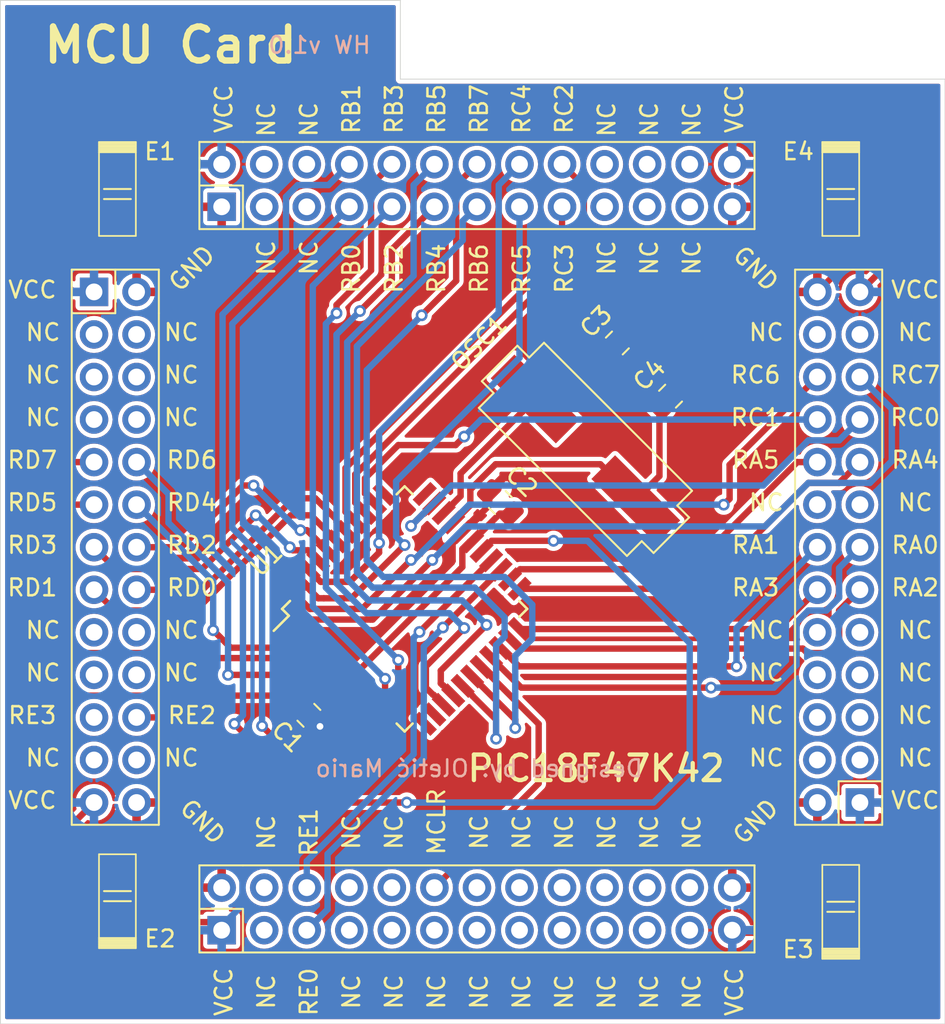
<source format=kicad_pcb>
(kicad_pcb (version 20171130) (host pcbnew "(5.1.2)-2")
  (layers (0 F.Cu signal) (31 B.Cu signal) (34 B.Paste user) (35 F.Paste user) (36 B.SilkS user) (37 F.SilkS user) (38 B.Mask user) (39 F.Mask user) (44 Edge.Cuts user))
  (net 0 "")
  (net 1 +5V)
  (net 2 GND)
  (net 3 /OSC2)
  (net 4 /OSC1)
  (net 5 "Net-(CN1-Pad19)")
  (net 6 /RE2)
  (net 7 /RD7)
  (net 8 "Net-(CN1-Pad20)")
  (net 9 "Net-(CN1-Pad7)")
  (net 10 "Net-(CN1-Pad18)")
  (net 11 "Net-(CN1-Pad24)")
  (net 12 "Net-(CN1-Pad6)")
  (net 13 /RD5)
  (net 14 "Net-(CN1-Pad17)")
  (net 15 /RE3)
  (net 16 /RD6)
  (net 17 "Net-(CN1-Pad3)")
  (net 18 /RD2)
  (net 19 "Net-(CN1-Pad23)")
  (net 20 "Net-(CN1-Pad4)")
  (net 21 /RD1)
  (net 22 /RD3)
  (net 23 "Net-(CN1-Pad8)")
  (net 24 "Net-(CN1-Pad5)")
  (net 25 /RD0)
  (net 26 /RD4)
  (net 27 /MCLR)
  (net 28 "Net-(CN2-Pad16)")
  (net 29 /RE0)
  (net 30 "Net-(CN2-Pad8)")
  (net 31 "Net-(CN2-Pad13)")
  (net 32 "Net-(CN2-Pad15)")
  (net 33 "Net-(CN2-Pad4)")
  (net 34 "Net-(CN2-Pad23)")
  (net 35 "Net-(CN2-Pad14)")
  (net 36 "Net-(CN2-Pad3)")
  (net 37 "Net-(CN2-Pad10)")
  (net 38 "Net-(CN2-Pad21)")
  (net 39 "Net-(CN2-Pad17)")
  (net 40 "Net-(CN2-Pad11)")
  (net 41 /RE1)
  (net 42 "Net-(CN2-Pad24)")
  (net 43 "Net-(CN2-Pad18)")
  (net 44 "Net-(CN2-Pad7)")
  (net 45 "Net-(CN2-Pad20)")
  (net 46 "Net-(CN2-Pad9)")
  (net 47 "Net-(CN2-Pad22)")
  (net 48 "Net-(CN2-Pad19)")
  (net 49 /RC0)
  (net 50 /RC6)
  (net 51 "Net-(CN3-Pad9)")
  (net 52 /RC1)
  (net 53 "Net-(CN3-Pad7)")
  (net 54 /RA5)
  (net 55 "Net-(CN3-Pad24)")
  (net 56 "Net-(CN3-Pad6)")
  (net 57 /RA2)
  (net 58 /RA4)
  (net 59 /RC7)
  (net 60 "Net-(CN3-Pad10)")
  (net 61 "Net-(CN3-Pad3)")
  (net 62 /RA1)
  (net 63 "Net-(CN3-Pad23)")
  (net 64 "Net-(CN3-Pad4)")
  (net 65 "Net-(CN3-Pad15)")
  (net 66 /RA0)
  (net 67 "Net-(CN3-Pad8)")
  (net 68 "Net-(CN3-Pad5)")
  (net 69 "Net-(CN3-Pad16)")
  (net 70 /RA3)
  (net 71 /RC5)
  (net 72 /RB4)
  (net 73 "Net-(CN4-Pad5)")
  (net 74 /RB7)
  (net 75 /RB5)
  (net 76 "Net-(CN4-Pad4)")
  (net 77 "Net-(CN4-Pad23)")
  (net 78 /RB6)
  (net 79 "Net-(CN4-Pad3)")
  (net 80 /RC3)
  (net 81 "Net-(CN4-Pad21)")
  (net 82 /RB3)
  (net 83 /RC4)
  (net 84 "Net-(CN4-Pad6)")
  (net 85 "Net-(CN4-Pad24)")
  (net 86 /RB2)
  (net 87 /RB0)
  (net 88 /RC2)
  (net 89 "Net-(CN4-Pad22)")
  (net 90 /RB1)
  (net 91 "Net-(U1-Pad12)")
  (net 92 "Net-(U1-Pad13)")
  (net 93 "Net-(U1-Pad33)")
  (net 94 "Net-(U1-Pad34)")
  (net 95 "Net-(CN4-Pad20)")
  (net 96 "Net-(CN4-Pad19)")
  (module Capacitor_SMD:C_0805_2012Metric (layer F.Cu) (at 147.955 108.712 135)
    (fp_text reference C1 (at 0 -1.796051 135) (layer F.SilkS))
    (fp_text value 0,1uF hide)
    (pad 1 smd roundrect (at -0.9375 0 135) (size 0.975 1.4) (layers F.Cu F.Paste F.Mask) (net 1 +5V))
    (pad 2 smd roundrect (at 0.9375 0 135) (size 0.975 1.4) (layers F.Cu F.Paste F.Mask) (net 2 GND))
  )
  (module Capacitor_SMD:C_0805_2012Metric (layer F.Cu) (at 159.385 96.012 135)
    (fp_text reference C2 (at 0 1.796051 135) (layer F.SilkS))
    (fp_text value 0,1uF hide)
    (pad 2 smd roundrect (at 0.9375 0 135) (size 0.975 1.4) (layers F.Cu F.Paste F.Mask) (net 2 GND))
    (pad 1 smd roundrect (at -0.9375 0 135) (size 0.975 1.4) (layers F.Cu F.Paste F.Mask) (net 1 +5V))
  )
  (module Capacitor_SMD:C_0805_2012Metric (layer F.Cu) (at 166.37 86.487 45)
    (fp_text reference C3 (at 0 -1.796051 45) (layer F.SilkS))
    (fp_text value 22pF hide)
    (pad 1 smd roundrect (at -0.9375 0 45) (size 0.975 1.4) (layers F.Cu F.Paste F.Mask) (net 3 /OSC2))
    (pad 2 smd roundrect (at 0.9375 0 45) (size 0.975 1.4) (layers F.Cu F.Paste F.Mask) (net 2 GND))
  )
  (module Capacitor_SMD:C_0805_2012Metric (layer F.Cu) (at 169.545 89.662 45)
    (fp_text reference C4 (at 0 -1.796051 45) (layer F.SilkS))
    (fp_text value 22pF hide)
    (pad 2 smd roundrect (at 0.9375 0 45) (size 0.975 1.4) (layers F.Cu F.Paste F.Mask) (net 2 GND))
    (pad 1 smd roundrect (at -0.9375 0 45) (size 0.975 1.4) (layers F.Cu F.Paste F.Mask) (net 4 /OSC1))
  )
  (module mikroLib_footprints:CAP_TANTALUM (layer F.Cu) (at 136.525 77.597 270)
    (fp_text reference E1 (at -2.54 -2.54 180) (layer F.SilkS))
    (fp_text value 10uF hide)
    (pad 1 smd rect (at -1.55 0 270) (size 1.6 1.9) (layers F.Cu F.Paste F.Mask) (net 1 +5V))
    (pad 2 smd rect (at 1.55 0 270) (size 1.6 1.9) (layers F.Cu F.Paste F.Mask) (net 2 GND))
  )
  (module mikroLib_footprints:CAP_TANTALUM (layer F.Cu) (at 136.525 119.507 90)
    (fp_text reference E2 (at -2.54 2.54 180) (layer F.SilkS))
    (fp_text value 10uF hide)
    (pad 2 smd rect (at 1.55 0 90) (size 1.6 1.9) (layers F.Cu F.Paste F.Mask) (net 2 GND))
    (pad 1 smd rect (at -1.55 0 90) (size 1.6 1.9) (layers F.Cu F.Paste F.Mask) (net 1 +5V))
  )
  (module mikroLib_footprints:CAP_TANTALUM (layer F.Cu) (at 179.705 120.142 90)
    (fp_text reference E3 (at -2.54 -2.54 180) (layer F.SilkS))
    (fp_text value 10uF hide)
    (pad 1 smd rect (at -1.55 0 90) (size 1.6 1.9) (layers F.Cu F.Paste F.Mask) (net 1 +5V))
    (pad 2 smd rect (at 1.55 0 90) (size 1.6 1.9) (layers F.Cu F.Paste F.Mask) (net 2 GND))
  )
  (module mikroLib_footprints:CAP_TANTALUM (layer F.Cu) (at 179.705 77.597 270)
    (fp_text reference E4 (at -2.54 2.54 180) (layer F.SilkS))
    (fp_text value 10uF hide)
    (pad 2 smd rect (at 1.55 0 270) (size 1.6 1.9) (layers F.Cu F.Paste F.Mask) (net 2 GND))
    (pad 1 smd rect (at -1.55 0 270) (size 1.6 1.9) (layers F.Cu F.Paste F.Mask) (net 1 +5V))
  )
  (module mikroLib_footprints:QuartzCrystal_HC49 (layer F.Cu) (at 164.465 92.837 315)
    (fp_text reference OSC1 (at -8.980256 0 225) (layer F.SilkS))
    (fp_text value QuartzCrystal_SMD hide)
    (pad 1 smd rect (at -4.25 0 315) (size 5.5 2) (layers F.Cu F.Paste F.Mask) (net 3 /OSC2))
    (pad 2 smd rect (at 4.25 0 315) (size 5.5 2) (layers F.Cu F.Paste F.Mask) (net 4 /OSC1))
  )
  (module TQFP-44_10x10mm_P0.8mm (layer F.Cu) (at 153.67 102.362 45)
    (fp_text reference U1 (at -3.771708 -7.902625 45) (layer F.SilkS))
    (fp_text value PIC18F47K42 hide)
    (pad 1 smd rect (at -5.7 -4 45) (size 1.5 0.55) (layers F.Cu F.Paste F.Mask) (net 59 /RC7))
    (pad 2 smd rect (at -5.7 -3.2 45) (size 1.5 0.55) (layers F.Cu F.Paste F.Mask) (net 26 /RD4))
    (pad 3 smd rect (at -5.7 -2.4 45) (size 1.5 0.55) (layers F.Cu F.Paste F.Mask) (net 13 /RD5))
    (pad 4 smd rect (at -5.7 -1.6 45) (size 1.5 0.55) (layers F.Cu F.Paste F.Mask) (net 16 /RD6))
    (pad 5 smd rect (at -5.7 -0.8 45) (size 1.5 0.55) (layers F.Cu F.Paste F.Mask) (net 7 /RD7))
    (pad 6 smd rect (at -5.7 0 45) (size 1.5 0.55) (layers F.Cu F.Paste F.Mask) (net 2 GND))
    (pad 7 smd rect (at -5.7 0.8 45) (size 1.5 0.55) (layers F.Cu F.Paste F.Mask) (net 1 +5V))
    (pad 8 smd rect (at -5.7 1.6 45) (size 1.5 0.55) (layers F.Cu F.Paste F.Mask) (net 87 /RB0))
    (pad 9 smd rect (at -5.7 2.4 45) (size 1.5 0.55) (layers F.Cu F.Paste F.Mask) (net 90 /RB1))
    (pad 10 smd rect (at -5.7 3.2 45) (size 1.5 0.55) (layers F.Cu F.Paste F.Mask) (net 86 /RB2))
    (pad 11 smd rect (at -5.7 4 45) (size 1.5 0.55) (layers F.Cu F.Paste F.Mask) (net 82 /RB3))
    (pad 12 smd rect (at -4 5.7 135) (size 1.5 0.55) (layers F.Cu F.Paste F.Mask) (net 91 "Net-(U1-Pad12)"))
    (pad 13 smd rect (at -3.2 5.7 135) (size 1.5 0.55) (layers F.Cu F.Paste F.Mask) (net 92 "Net-(U1-Pad13)"))
    (pad 14 smd rect (at -2.4 5.7 135) (size 1.5 0.55) (layers F.Cu F.Paste F.Mask) (net 72 /RB4))
    (pad 15 smd rect (at -1.6 5.7 135) (size 1.5 0.55) (layers F.Cu F.Paste F.Mask) (net 75 /RB5))
    (pad 16 smd rect (at -0.8 5.7 135) (size 1.5 0.55) (layers F.Cu F.Paste F.Mask) (net 78 /RB6))
    (pad 17 smd rect (at 0 5.7 135) (size 1.5 0.55) (layers F.Cu F.Paste F.Mask) (net 74 /RB7))
    (pad 18 smd rect (at 0.8 5.7 135) (size 1.5 0.55) (layers F.Cu F.Paste F.Mask) (net 27 /MCLR))
    (pad 19 smd rect (at 1.6 5.7 135) (size 1.5 0.55) (layers F.Cu F.Paste F.Mask) (net 66 /RA0))
    (pad 20 smd rect (at 2.4 5.7 135) (size 1.5 0.55) (layers F.Cu F.Paste F.Mask) (net 62 /RA1))
    (pad 21 smd rect (at 3.2 5.7 135) (size 1.5 0.55) (layers F.Cu F.Paste F.Mask) (net 57 /RA2))
    (pad 22 smd rect (at 4 5.7 135) (size 1.5 0.55) (layers F.Cu F.Paste F.Mask) (net 70 /RA3))
    (pad 23 smd rect (at 5.7 4 45) (size 1.5 0.55) (layers F.Cu F.Paste F.Mask) (net 58 /RA4))
    (pad 24 smd rect (at 5.7 3.2 45) (size 1.5 0.55) (layers F.Cu F.Paste F.Mask) (net 54 /RA5))
    (pad 25 smd rect (at 5.7 2.4 45) (size 1.5 0.55) (layers F.Cu F.Paste F.Mask) (net 29 /RE0))
    (pad 26 smd rect (at 5.7 1.6 45) (size 1.5 0.55) (layers F.Cu F.Paste F.Mask) (net 41 /RE1))
    (pad 27 smd rect (at 5.7 0.8 45) (size 1.5 0.55) (layers F.Cu F.Paste F.Mask) (net 6 /RE2))
    (pad 28 smd rect (at 5.7 0 45) (size 1.5 0.55) (layers F.Cu F.Paste F.Mask) (net 1 +5V))
    (pad 29 smd rect (at 5.7 -0.8 45) (size 1.5 0.55) (layers F.Cu F.Paste F.Mask) (net 2 GND))
    (pad 30 smd rect (at 5.7 -1.6 45) (size 1.5 0.55) (layers F.Cu F.Paste F.Mask) (net 4 /OSC1))
    (pad 31 smd rect (at 5.7 -2.4 45) (size 1.5 0.55) (layers F.Cu F.Paste F.Mask) (net 3 /OSC2))
    (pad 32 smd rect (at 5.7 -3.2 45) (size 1.5 0.55) (layers F.Cu F.Paste F.Mask) (net 49 /RC0))
    (pad 33 smd rect (at 5.7 -4 45) (size 1.5 0.55) (layers F.Cu F.Paste F.Mask) (net 93 "Net-(U1-Pad33)"))
    (pad 34 smd rect (at 4 -5.7 135) (size 1.5 0.55) (layers F.Cu F.Paste F.Mask) (net 94 "Net-(U1-Pad34)"))
    (pad 35 smd rect (at 3.2 -5.7 135) (size 1.5 0.55) (layers F.Cu F.Paste F.Mask) (net 52 /RC1))
    (pad 36 smd rect (at 2.4 -5.7 135) (size 1.5 0.55) (layers F.Cu F.Paste F.Mask) (net 88 /RC2))
    (pad 37 smd rect (at 1.6 -5.7 135) (size 1.5 0.55) (layers F.Cu F.Paste F.Mask) (net 80 /RC3))
    (pad 38 smd rect (at 0.8 -5.7 135) (size 1.5 0.55) (layers F.Cu F.Paste F.Mask) (net 25 /RD0))
    (pad 39 smd rect (at 0 -5.7 135) (size 1.5 0.55) (layers F.Cu F.Paste F.Mask) (net 21 /RD1))
    (pad 40 smd rect (at -0.8 -5.7 135) (size 1.5 0.55) (layers F.Cu F.Paste F.Mask) (net 18 /RD2))
    (pad 41 smd rect (at -1.6 -5.7 135) (size 1.5 0.55) (layers F.Cu F.Paste F.Mask) (net 22 /RD3))
    (pad 42 smd rect (at -2.4 -5.7 135) (size 1.5 0.55) (layers F.Cu F.Paste F.Mask) (net 83 /RC4))
    (pad 43 smd rect (at -3.2 -5.7 135) (size 1.5 0.55) (layers F.Cu F.Paste F.Mask) (net 71 /RC5))
    (pad 44 smd rect (at -4 -5.7 135) (size 1.5 0.55) (layers F.Cu F.Paste F.Mask) (net 50 /RC6))
  )
  (module mikroLib_footprints:SocketPin_2x13_2.54mm (layer F.Cu) (at 137.668 83.439)
    (fp_text reference CN1 hide)
    (fp_text value PinSocket_2x13_2.54mm hide)
    (pad 19 thru_hole oval (at -2.54 22.86) (size 1.7 1.7) (drill 1) (layers *.Cu *.Mask) (net 5 "Net-(CN1-Pad19)"))
    (pad 22 thru_hole oval (at 0 25.4) (size 1.7 1.7) (drill 1) (layers *.Cu *.Mask) (net 6 /RE2))
    (pad 2 thru_hole oval (at 0 0) (size 1.7 1.7) (drill 1) (layers *.Cu *.Mask) (net 2 GND))
    (pad 9 thru_hole oval (at -2.54 10.16) (size 1.7 1.7) (drill 1) (layers *.Cu *.Mask) (net 7 /RD7))
    (pad 20 thru_hole oval (at 0 22.86) (size 1.7 1.7) (drill 1) (layers *.Cu *.Mask) (net 8 "Net-(CN1-Pad20)"))
    (pad 7 thru_hole oval (at -2.54 7.62) (size 1.7 1.7) (drill 1) (layers *.Cu *.Mask) (net 9 "Net-(CN1-Pad7)"))
    (pad 18 thru_hole oval (at 0 20.32) (size 1.7 1.7) (drill 1) (layers *.Cu *.Mask) (net 10 "Net-(CN1-Pad18)"))
    (pad 24 thru_hole oval (at 0 27.94) (size 1.7 1.7) (drill 1) (layers *.Cu *.Mask) (net 11 "Net-(CN1-Pad24)"))
    (pad 6 thru_hole oval (at 0 5.08) (size 1.7 1.7) (drill 1) (layers *.Cu *.Mask) (net 12 "Net-(CN1-Pad6)"))
    (pad 11 thru_hole oval (at -2.54 12.7) (size 1.7 1.7) (drill 1) (layers *.Cu *.Mask) (net 13 /RD5))
    (pad 17 thru_hole oval (at -2.54 20.32) (size 1.7 1.7) (drill 1) (layers *.Cu *.Mask) (net 14 "Net-(CN1-Pad17)"))
    (pad 21 thru_hole oval (at -2.54 25.4) (size 1.7 1.7) (drill 1) (layers *.Cu *.Mask) (net 15 /RE3))
    (pad 10 thru_hole oval (at 0 10.16) (size 1.7 1.7) (drill 1) (layers *.Cu *.Mask) (net 16 /RD6))
    (pad 3 thru_hole oval (at -2.54 2.54) (size 1.7 1.7) (drill 1) (layers *.Cu *.Mask) (net 17 "Net-(CN1-Pad3)"))
    (pad 1 thru_hole rect (at -2.54 0) (size 1.7 1.7) (drill 1) (layers *.Cu *.Mask) (net 1 +5V))
    (pad 14 thru_hole oval (at 0 15.24) (size 1.7 1.7) (drill 1) (layers *.Cu *.Mask) (net 18 /RD2))
    (pad 26 thru_hole oval (at 0 30.48) (size 1.7 1.7) (drill 1) (layers *.Cu *.Mask) (net 2 GND))
    (pad 23 thru_hole oval (at -2.54 27.94) (size 1.7 1.7) (drill 1) (layers *.Cu *.Mask) (net 19 "Net-(CN1-Pad23)"))
    (pad 4 thru_hole oval (at 0 2.54) (size 1.7 1.7) (drill 1) (layers *.Cu *.Mask) (net 20 "Net-(CN1-Pad4)"))
    (pad 25 thru_hole oval (at -2.54 30.48) (size 1.7 1.7) (drill 1) (layers *.Cu *.Mask) (net 1 +5V))
    (pad 15 thru_hole oval (at -2.54 17.78) (size 1.7 1.7) (drill 1) (layers *.Cu *.Mask) (net 21 /RD1))
    (pad 13 thru_hole oval (at -2.54 15.24) (size 1.7 1.7) (drill 1) (layers *.Cu *.Mask) (net 22 /RD3))
    (pad 8 thru_hole oval (at 0 7.62) (size 1.7 1.7) (drill 1) (layers *.Cu *.Mask) (net 23 "Net-(CN1-Pad8)"))
    (pad 5 thru_hole oval (at -2.54 5.08) (size 1.7 1.7) (drill 1) (layers *.Cu *.Mask) (net 24 "Net-(CN1-Pad5)"))
    (pad 16 thru_hole oval (at 0 17.78) (size 1.7 1.7) (drill 1) (layers *.Cu *.Mask) (net 25 /RD0))
    (pad 12 thru_hole oval (at 0 12.7) (size 1.7 1.7) (drill 1) (layers *.Cu *.Mask) (net 26 /RD4))
  )
  (module mikroLib_footprints:SocketPin_2x13_2.54mm (layer F.Cu) (at 142.748 118.999 90)
    (fp_text reference CN2 hide)
    (fp_text value PinSocket_2x13_2.54mm hide)
    (pad 19 thru_hole oval (at -2.54 22.86 90) (size 1.7 1.7) (drill 1) (layers *.Cu *.Mask) (net 48 "Net-(CN2-Pad19)"))
    (pad 22 thru_hole oval (at 0 25.4 90) (size 1.7 1.7) (drill 1) (layers *.Cu *.Mask) (net 47 "Net-(CN2-Pad22)"))
    (pad 2 thru_hole oval (at 0 0 90) (size 1.7 1.7) (drill 1) (layers *.Cu *.Mask) (net 2 GND))
    (pad 9 thru_hole oval (at -2.54 10.16 90) (size 1.7 1.7) (drill 1) (layers *.Cu *.Mask) (net 46 "Net-(CN2-Pad9)"))
    (pad 20 thru_hole oval (at 0 22.86 90) (size 1.7 1.7) (drill 1) (layers *.Cu *.Mask) (net 45 "Net-(CN2-Pad20)"))
    (pad 7 thru_hole oval (at -2.54 7.62 90) (size 1.7 1.7) (drill 1) (layers *.Cu *.Mask) (net 44 "Net-(CN2-Pad7)"))
    (pad 18 thru_hole oval (at 0 20.32 90) (size 1.7 1.7) (drill 1) (layers *.Cu *.Mask) (net 43 "Net-(CN2-Pad18)"))
    (pad 24 thru_hole oval (at 0 27.94 90) (size 1.7 1.7) (drill 1) (layers *.Cu *.Mask) (net 42 "Net-(CN2-Pad24)"))
    (pad 6 thru_hole oval (at 0 5.08 90) (size 1.7 1.7) (drill 1) (layers *.Cu *.Mask) (net 41 /RE1))
    (pad 11 thru_hole oval (at -2.54 12.7 90) (size 1.7 1.7) (drill 1) (layers *.Cu *.Mask) (net 40 "Net-(CN2-Pad11)"))
    (pad 17 thru_hole oval (at -2.54 20.32 90) (size 1.7 1.7) (drill 1) (layers *.Cu *.Mask) (net 39 "Net-(CN2-Pad17)"))
    (pad 21 thru_hole oval (at -2.54 25.4 90) (size 1.7 1.7) (drill 1) (layers *.Cu *.Mask) (net 38 "Net-(CN2-Pad21)"))
    (pad 10 thru_hole oval (at 0 10.16 90) (size 1.7 1.7) (drill 1) (layers *.Cu *.Mask) (net 37 "Net-(CN2-Pad10)"))
    (pad 3 thru_hole oval (at -2.54 2.54 90) (size 1.7 1.7) (drill 1) (layers *.Cu *.Mask) (net 36 "Net-(CN2-Pad3)"))
    (pad 1 thru_hole rect (at -2.54 0 90) (size 1.7 1.7) (drill 1) (layers *.Cu *.Mask) (net 1 +5V))
    (pad 14 thru_hole oval (at 0 15.24 90) (size 1.7 1.7) (drill 1) (layers *.Cu *.Mask) (net 35 "Net-(CN2-Pad14)"))
    (pad 26 thru_hole oval (at 0 30.48 90) (size 1.7 1.7) (drill 1) (layers *.Cu *.Mask) (net 2 GND))
    (pad 23 thru_hole oval (at -2.54 27.94 90) (size 1.7 1.7) (drill 1) (layers *.Cu *.Mask) (net 34 "Net-(CN2-Pad23)"))
    (pad 4 thru_hole oval (at 0 2.54 90) (size 1.7 1.7) (drill 1) (layers *.Cu *.Mask) (net 33 "Net-(CN2-Pad4)"))
    (pad 25 thru_hole oval (at -2.54 30.48 90) (size 1.7 1.7) (drill 1) (layers *.Cu *.Mask) (net 1 +5V))
    (pad 15 thru_hole oval (at -2.54 17.78 90) (size 1.7 1.7) (drill 1) (layers *.Cu *.Mask) (net 32 "Net-(CN2-Pad15)"))
    (pad 13 thru_hole oval (at -2.54 15.24 90) (size 1.7 1.7) (drill 1) (layers *.Cu *.Mask) (net 31 "Net-(CN2-Pad13)"))
    (pad 8 thru_hole oval (at 0 7.62 90) (size 1.7 1.7) (drill 1) (layers *.Cu *.Mask) (net 30 "Net-(CN2-Pad8)"))
    (pad 5 thru_hole oval (at -2.54 5.08 90) (size 1.7 1.7) (drill 1) (layers *.Cu *.Mask) (net 29 /RE0))
    (pad 16 thru_hole oval (at 0 17.78 90) (size 1.7 1.7) (drill 1) (layers *.Cu *.Mask) (net 28 "Net-(CN2-Pad16)"))
    (pad 12 thru_hole oval (at 0 12.7 90) (size 1.7 1.7) (drill 1) (layers *.Cu *.Mask) (net 27 /MCLR))
  )
  (module mikroLib_footprints:SocketPin_2x13_2.54mm (layer F.Cu) (at 178.308 113.919 180)
    (fp_text reference CN3 hide)
    (fp_text value PinSocket_2x13_2.54mm hide)
    (pad 12 thru_hole oval (at 0 12.7 180) (size 1.7 1.7) (drill 1) (layers *.Cu *.Mask) (net 70 /RA3))
    (pad 16 thru_hole oval (at 0 17.78 180) (size 1.7 1.7) (drill 1) (layers *.Cu *.Mask) (net 69 "Net-(CN3-Pad16)"))
    (pad 5 thru_hole oval (at -2.54 5.08 180) (size 1.7 1.7) (drill 1) (layers *.Cu *.Mask) (net 68 "Net-(CN3-Pad5)"))
    (pad 8 thru_hole oval (at 0 7.62 180) (size 1.7 1.7) (drill 1) (layers *.Cu *.Mask) (net 67 "Net-(CN3-Pad8)"))
    (pad 13 thru_hole oval (at -2.54 15.24 180) (size 1.7 1.7) (drill 1) (layers *.Cu *.Mask) (net 66 /RA0))
    (pad 15 thru_hole oval (at -2.54 17.78 180) (size 1.7 1.7) (drill 1) (layers *.Cu *.Mask) (net 65 "Net-(CN3-Pad15)"))
    (pad 25 thru_hole oval (at -2.54 30.48 180) (size 1.7 1.7) (drill 1) (layers *.Cu *.Mask) (net 1 +5V))
    (pad 4 thru_hole oval (at 0 2.54 180) (size 1.7 1.7) (drill 1) (layers *.Cu *.Mask) (net 64 "Net-(CN3-Pad4)"))
    (pad 23 thru_hole oval (at -2.54 27.94 180) (size 1.7 1.7) (drill 1) (layers *.Cu *.Mask) (net 63 "Net-(CN3-Pad23)"))
    (pad 26 thru_hole oval (at 0 30.48 180) (size 1.7 1.7) (drill 1) (layers *.Cu *.Mask) (net 2 GND))
    (pad 14 thru_hole oval (at 0 15.24 180) (size 1.7 1.7) (drill 1) (layers *.Cu *.Mask) (net 62 /RA1))
    (pad 1 thru_hole rect (at -2.54 0 180) (size 1.7 1.7) (drill 1) (layers *.Cu *.Mask) (net 1 +5V))
    (pad 3 thru_hole oval (at -2.54 2.54 180) (size 1.7 1.7) (drill 1) (layers *.Cu *.Mask) (net 61 "Net-(CN3-Pad3)"))
    (pad 10 thru_hole oval (at 0 10.16 180) (size 1.7 1.7) (drill 1) (layers *.Cu *.Mask) (net 60 "Net-(CN3-Pad10)"))
    (pad 21 thru_hole oval (at -2.54 25.4 180) (size 1.7 1.7) (drill 1) (layers *.Cu *.Mask) (net 59 /RC7))
    (pad 17 thru_hole oval (at -2.54 20.32 180) (size 1.7 1.7) (drill 1) (layers *.Cu *.Mask) (net 58 /RA4))
    (pad 11 thru_hole oval (at -2.54 12.7 180) (size 1.7 1.7) (drill 1) (layers *.Cu *.Mask) (net 57 /RA2))
    (pad 6 thru_hole oval (at 0 5.08 180) (size 1.7 1.7) (drill 1) (layers *.Cu *.Mask) (net 56 "Net-(CN3-Pad6)"))
    (pad 24 thru_hole oval (at 0 27.94 180) (size 1.7 1.7) (drill 1) (layers *.Cu *.Mask) (net 55 "Net-(CN3-Pad24)"))
    (pad 18 thru_hole oval (at 0 20.32 180) (size 1.7 1.7) (drill 1) (layers *.Cu *.Mask) (net 54 /RA5))
    (pad 7 thru_hole oval (at -2.54 7.62 180) (size 1.7 1.7) (drill 1) (layers *.Cu *.Mask) (net 53 "Net-(CN3-Pad7)"))
    (pad 20 thru_hole oval (at 0 22.86 180) (size 1.7 1.7) (drill 1) (layers *.Cu *.Mask) (net 52 /RC1))
    (pad 9 thru_hole oval (at -2.54 10.16 180) (size 1.7 1.7) (drill 1) (layers *.Cu *.Mask) (net 51 "Net-(CN3-Pad9)"))
    (pad 2 thru_hole oval (at 0 0 180) (size 1.7 1.7) (drill 1) (layers *.Cu *.Mask) (net 2 GND))
    (pad 22 thru_hole oval (at 0 25.4 180) (size 1.7 1.7) (drill 1) (layers *.Cu *.Mask) (net 50 /RC6))
    (pad 19 thru_hole oval (at -2.54 22.86 180) (size 1.7 1.7) (drill 1) (layers *.Cu *.Mask) (net 49 /RC0))
  )
  (module mikroLib_footprints:SocketPin_2x13_2.54mm (layer F.Cu) (at 142.748 75.819 90)
    (fp_text reference CN4 hide)
    (fp_text value PinSocket_2x13_2.54mm hide)
    (pad 12 thru_hole oval (at 0 12.7 90) (size 1.7 1.7) (drill 1) (layers *.Cu *.Mask) (net 75 /RB5))
    (pad 16 thru_hole oval (at 0 17.78 90) (size 1.7 1.7) (drill 1) (layers *.Cu *.Mask) (net 83 /RC4))
    (pad 5 thru_hole oval (at -2.54 5.08 90) (size 1.7 1.7) (drill 1) (layers *.Cu *.Mask) (net 73 "Net-(CN4-Pad5)"))
    (pad 8 thru_hole oval (at 0 7.62 90) (size 1.7 1.7) (drill 1) (layers *.Cu *.Mask) (net 90 /RB1))
    (pad 13 thru_hole oval (at -2.54 15.24 90) (size 1.7 1.7) (drill 1) (layers *.Cu *.Mask) (net 78 /RB6))
    (pad 15 thru_hole oval (at -2.54 17.78 90) (size 1.7 1.7) (drill 1) (layers *.Cu *.Mask) (net 71 /RC5))
    (pad 25 thru_hole oval (at -2.54 30.48 90) (size 1.7 1.7) (drill 1) (layers *.Cu *.Mask) (net 2 GND))
    (pad 4 thru_hole oval (at 0 2.54 90) (size 1.7 1.7) (drill 1) (layers *.Cu *.Mask) (net 76 "Net-(CN4-Pad4)"))
    (pad 23 thru_hole oval (at -2.54 27.94 90) (size 1.7 1.7) (drill 1) (layers *.Cu *.Mask) (net 77 "Net-(CN4-Pad23)"))
    (pad 26 thru_hole oval (at 0 30.48 90) (size 1.7 1.7) (drill 1) (layers *.Cu *.Mask) (net 1 +5V))
    (pad 14 thru_hole oval (at 0 15.24 90) (size 1.7 1.7) (drill 1) (layers *.Cu *.Mask) (net 74 /RB7))
    (pad 1 thru_hole rect (at -2.54 0 90) (size 1.7 1.7) (drill 1) (layers *.Cu *.Mask) (net 2 GND))
    (pad 3 thru_hole oval (at -2.54 2.54 90) (size 1.7 1.7) (drill 1) (layers *.Cu *.Mask) (net 79 "Net-(CN4-Pad3)"))
    (pad 10 thru_hole oval (at 0 10.16 90) (size 1.7 1.7) (drill 1) (layers *.Cu *.Mask) (net 82 /RB3))
    (pad 21 thru_hole oval (at -2.54 25.4 90) (size 1.7 1.7) (drill 1) (layers *.Cu *.Mask) (net 81 "Net-(CN4-Pad21)"))
    (pad 17 thru_hole oval (at -2.54 20.32 90) (size 1.7 1.7) (drill 1) (layers *.Cu *.Mask) (net 80 /RC3))
    (pad 11 thru_hole oval (at -2.54 12.7 90) (size 1.7 1.7) (drill 1) (layers *.Cu *.Mask) (net 72 /RB4))
    (pad 6 thru_hole oval (at 0 5.08 90) (size 1.7 1.7) (drill 1) (layers *.Cu *.Mask) (net 84 "Net-(CN4-Pad6)"))
    (pad 24 thru_hole oval (at 0 27.94 90) (size 1.7 1.7) (drill 1) (layers *.Cu *.Mask) (net 85 "Net-(CN4-Pad24)"))
    (pad 18 thru_hole oval (at 0 20.32 90) (size 1.7 1.7) (drill 1) (layers *.Cu *.Mask) (net 88 /RC2))
    (pad 7 thru_hole oval (at -2.54 7.62 90) (size 1.7 1.7) (drill 1) (layers *.Cu *.Mask) (net 87 /RB0))
    (pad 20 thru_hole oval (at 0 22.86 90) (size 1.7 1.7) (drill 1) (layers *.Cu *.Mask) (net 95 "Net-(CN4-Pad20)"))
    (pad 9 thru_hole oval (at -2.54 10.16 90) (size 1.7 1.7) (drill 1) (layers *.Cu *.Mask) (net 86 /RB2))
    (pad 2 thru_hole oval (at 0 0 90) (size 1.7 1.7) (drill 1) (layers *.Cu *.Mask) (net 1 +5V))
    (pad 22 thru_hole oval (at 0 25.4 90) (size 1.7 1.7) (drill 1) (layers *.Cu *.Mask) (net 89 "Net-(CN4-Pad22)"))
    (pad 19 thru_hole oval (at -2.54 22.86 90) (size 1.7 1.7) (drill 1) (layers *.Cu *.Mask) (net 96 "Net-(CN4-Pad19)"))
  )
  (gr_text GND (at 141.605 115.062 -45) (layer F.SilkS) (effects (font (size 1 1))))
  (gr_text "HW v1.0" (at 148.59 68.707) (layer B.SilkS) (effects (font (size 1 1)) (justify mirror)))
  (gr_text "Designed by: Oletić Mario" (at 158.115 111.887) (layer B.SilkS) (effects (font (size 1 1)) (justify mirror)))
  (gr_text VCC (at 173.355 72.517 90) (layer F.SilkS) (effects (font (size 1 1))))
  (gr_text NC (at 170.815 73.152 90) (layer F.SilkS) (effects (font (size 1 1))))
  (gr_text NC (at 168.275 73.152 90) (layer F.SilkS) (effects (font (size 1 1))))
  (gr_text NC (at 165.735 73.152 90) (layer F.SilkS) (effects (font (size 1 1))))
  (gr_text RC2 (at 163.195 72.517 90) (layer F.SilkS) (effects (font (size 1 1))))
  (gr_text RC4 (at 160.655 72.517 90) (layer F.SilkS) (effects (font (size 1 1))))
  (gr_text RB7 (at 158.115 72.517 90) (layer F.SilkS) (effects (font (size 1 1))))
  (gr_text RB5 (at 155.575 72.517 90) (layer F.SilkS) (effects (font (size 1 1))))
  (gr_text RB3 (at 153.035 72.517 90) (layer F.SilkS) (effects (font (size 1 1))))
  (gr_text RB1 (at 150.495 72.517 90) (layer F.SilkS) (effects (font (size 1 1))))
  (gr_text NC (at 147.955 73.152 90) (layer F.SilkS) (effects (font (size 1 1))))
  (gr_text NC (at 145.415 73.152 90) (layer F.SilkS) (effects (font (size 1 1))))
  (gr_text VCC (at 142.875 72.517 90) (layer F.SilkS) (effects (font (size 1 1))))
  (gr_text NC (at 170.815 81.407 90) (layer F.SilkS) (effects (font (size 1 1))))
  (gr_text NC (at 168.275 81.407 90) (layer F.SilkS) (effects (font (size 1 1))))
  (gr_text NC (at 165.735 81.407 90) (layer F.SilkS) (effects (font (size 1 1))))
  (gr_text RC3 (at 163.195 82.042 90) (layer F.SilkS) (effects (font (size 1 1))))
  (gr_text RC5 (at 160.655 82.042 90) (layer F.SilkS) (effects (font (size 1 1))))
  (gr_text RB6 (at 158.115 82.042 90) (layer F.SilkS) (effects (font (size 1 1))))
  (gr_text RB4 (at 155.575 82.042 90) (layer F.SilkS) (effects (font (size 1 1))))
  (gr_text RB2 (at 153.035 82.042 90) (layer F.SilkS) (effects (font (size 1 1))))
  (gr_text RB0 (at 150.495 82.042 90) (layer F.SilkS) (effects (font (size 1 1))))
  (gr_text NC (at 147.955 81.407 90) (layer F.SilkS) (effects (font (size 1 1))))
  (gr_text NC (at 145.415 81.407 90) (layer F.SilkS) (effects (font (size 1.016 1.016) (thickness 0.1524))))
  (gr_text GND (at 174.625 82.042 -45) (layer F.SilkS) (effects (font (size 1 1))))
  (gr_text NC (at 175.26 85.852) (layer F.SilkS) (effects (font (size 1 1))))
  (gr_text RC6 (at 174.625 88.392) (layer F.SilkS) (effects (font (size 1 1))))
  (gr_text RC1 (at 174.625 90.932) (layer F.SilkS) (effects (font (size 1 1))))
  (gr_text RA5 (at 174.625 93.472) (layer F.SilkS) (effects (font (size 1 1))))
  (gr_text NC (at 175.26 96.012) (layer F.SilkS) (effects (font (size 1 1))))
  (gr_text RA1 (at 174.625 98.552) (layer F.SilkS) (effects (font (size 1 1))))
  (gr_text RA3 (at 174.625 101.092) (layer F.SilkS) (effects (font (size 1 1))))
  (gr_text NC (at 175.26 103.632) (layer F.SilkS) (effects (font (size 1 1))))
  (gr_text NC (at 175.26 106.172) (layer F.SilkS) (effects (font (size 1 1))))
  (gr_text NC (at 175.26 108.712) (layer F.SilkS) (effects (font (size 1 1))))
  (gr_text NC (at 175.26 111.252) (layer F.SilkS) (effects (font (size 1 1))))
  (gr_text VCC (at 184.15 83.312) (layer F.SilkS) (effects (font (size 1 1))))
  (gr_text NC (at 184.15 85.852) (layer F.SilkS) (effects (font (size 1 1))))
  (gr_text RC7 (at 184.15 88.392) (layer F.SilkS) (effects (font (size 1 1))))
  (gr_text RC0 (at 184.15 90.932) (layer F.SilkS) (effects (font (size 1 1))))
  (gr_text RA4 (at 184.15 93.472) (layer F.SilkS) (effects (font (size 1 1))))
  (gr_text NC (at 184.15 96.012) (layer F.SilkS) (effects (font (size 1 1))))
  (gr_text RA0 (at 184.15 98.552) (layer F.SilkS) (effects (font (size 1 1))))
  (gr_text RA2 (at 184.15 101.092) (layer F.SilkS) (effects (font (size 1 1))))
  (gr_text NC (at 184.15 103.632) (layer F.SilkS) (effects (font (size 1 1))))
  (gr_text NC (at 184.15 106.172) (layer F.SilkS) (effects (font (size 1 1))))
  (gr_text NC (at 184.15 108.712) (layer F.SilkS) (effects (font (size 1 1))))
  (gr_text NC (at 184.15 111.252) (layer F.SilkS) (effects (font (size 1 1))))
  (gr_text VCC (at 184.15 113.792) (layer F.SilkS) (effects (font (size 1 1))))
  (gr_text GND (at 174.625 115.062 45) (layer F.SilkS) (effects (font (size 1 1))))
  (gr_text NC (at 170.815 115.697 90) (layer F.SilkS) (effects (font (size 1 1))))
  (gr_text NC (at 168.275 115.697 90) (layer F.SilkS) (effects (font (size 1 1))))
  (gr_text NC (at 165.735 115.697 90) (layer F.SilkS) (effects (font (size 1 1))))
  (gr_text NC (at 163.195 115.697 90) (layer F.SilkS) (effects (font (size 1 1))))
  (gr_text NC (at 160.655 115.697 90) (layer F.SilkS) (effects (font (size 1 1))))
  (gr_text NC (at 158.115 115.697 90) (layer F.SilkS) (effects (font (size 1 1))))
  (gr_text MCLR (at 155.575 115.062 90) (layer F.SilkS) (effects (font (size 1 1))))
  (gr_text NC (at 153.035 115.697 90) (layer F.SilkS) (effects (font (size 1 1))))
  (gr_text NC (at 150.495 115.697 90) (layer F.SilkS) (effects (font (size 1 1))))
  (gr_text RE1 (at 147.955 115.697 90) (layer F.SilkS) (effects (font (size 1 1))))
  (gr_text NC (at 145.415 115.697 90) (layer F.SilkS) (effects (font (size 1 1))))
  (gr_text VCC (at 173.355 125.222 90) (layer F.SilkS) (effects (font (size 1 1))))
  (gr_text NC (at 170.815 125.222 90) (layer F.SilkS) (effects (font (size 1 1))))
  (gr_text NC (at 168.275 125.222 90) (layer F.SilkS) (effects (font (size 1 1))))
  (gr_text NC (at 165.735 125.222 90) (layer F.SilkS) (effects (font (size 1 1))))
  (gr_text NC (at 163.195 125.222 90) (layer F.SilkS) (effects (font (size 1 1))))
  (gr_text NC (at 160.655 125.222 90) (layer F.SilkS) (effects (font (size 1 1))))
  (gr_text NC (at 158.115 125.222 90) (layer F.SilkS) (effects (font (size 1 1))))
  (gr_text NC (at 155.575 125.222 90) (layer F.SilkS) (effects (font (size 1 1))))
  (gr_text NC (at 153.035 125.222 90) (layer F.SilkS) (effects (font (size 1 1))))
  (gr_text NC (at 150.495 125.222 90) (layer F.SilkS) (effects (font (size 1 1))))
  (gr_text RE0 (at 147.955 125.222 90) (layer F.SilkS) (effects (font (size 1 1))))
  (gr_text NC (at 145.415 125.222 90) (layer F.SilkS) (effects (font (size 1 1))))
  (gr_text VCC (at 142.875 125.222 90) (layer F.SilkS) (effects (font (size 1 1))))
  (gr_text VCC (at 131.445 113.792) (layer F.SilkS) (effects (font (size 1 1))))
  (gr_text NC (at 132.08 111.252) (layer F.SilkS) (effects (font (size 1 1))))
  (gr_text RE3 (at 131.445 108.712) (layer F.SilkS) (effects (font (size 1 1))))
  (gr_text NC (at 132.08 106.172) (layer F.SilkS) (effects (font (size 1 1))))
  (gr_text NC (at 132.08 103.632) (layer F.SilkS) (effects (font (size 1 1))))
  (gr_text RD1 (at 131.445 101.092) (layer F.SilkS) (effects (font (size 1 1))))
  (gr_text RD3 (at 131.445 98.552) (layer F.SilkS) (effects (font (size 1 1))))
  (gr_text RD5 (at 131.445 96.012) (layer F.SilkS) (effects (font (size 1 1))))
  (gr_text RD7 (at 131.445 93.472) (layer F.SilkS) (effects (font (size 1 1))))
  (gr_text NC (at 140.335 111.252) (layer F.SilkS) (effects (font (size 1 1))))
  (gr_text RE2 (at 140.97 108.712) (layer F.SilkS) (effects (font (size 1 1))))
  (gr_text NC (at 140.335 106.172) (layer F.SilkS) (effects (font (size 1 1))))
  (gr_text NC (at 140.335 103.632) (layer F.SilkS) (effects (font (size 1 1))))
  (gr_text RD0 (at 140.97 101.092) (layer F.SilkS) (effects (font (size 1 1))))
  (gr_text RD2 (at 140.97 98.552) (layer F.SilkS) (effects (font (size 1 1))))
  (gr_text RD4 (at 140.97 96.012) (layer F.SilkS) (effects (font (size 1 1))))
  (gr_text RD6 (at 140.97 93.472) (layer F.SilkS) (effects (font (size 1.016 1.016) (thickness 0.1524))))
  (gr_text NC (at 140.335 85.852) (layer F.SilkS) (effects (font (size 1 1))))
  (gr_text NC (at 140.335 88.392) (layer F.SilkS) (effects (font (size 1 1))))
  (gr_text NC (at 140.335 90.932) (layer F.SilkS) (effects (font (size 1 1))))
  (gr_text NC (at 132.08 90.932) (layer F.SilkS) (effects (font (size 1 1))))
  (gr_text NC (at 132.08 88.392) (layer F.SilkS) (effects (font (size 1 1))))
  (gr_text NC (at 132.08 85.852) (layer F.SilkS) (effects (font (size 1 1))))
  (gr_text VCC (at 131.445 83.312) (layer F.SilkS) (effects (font (size 1 1))))
  (gr_text GND (at 140.97 82.042 45) (layer F.SilkS) (effects (font (size 1.016 1.016) (thickness 0.1524))))
  (gr_text PIC18F47K42 (at 165.1 111.887) (layer F.SilkS) (effects (font (size 1.524 1.524) (thickness 0.254))))
  (gr_text "MCU Card" (at 139.7 68.707) (layer F.SilkS) (effects (font (size 2.032 2.032) (thickness 0.381))))
  (gr_line (start 153.416 66.04) (end 153.416 70.739) (layer Edge.Cuts) (width 0.05))
  (gr_line (start 185.928 70.739) (end 153.416 70.739) (layer Edge.Cuts) (width 0.05))
  (gr_line (start 129.54 66.04) (end 153.416 66.04) (layer Edge.Cuts) (width 0.05))
  (gr_line (start 129.54 127.127) (end 129.54 66.04) (layer Edge.Cuts) (width 0.05))
  (gr_line (start 185.928 127.127) (end 185.928 70.739) (layer Edge.Cuts) (width 0.05))
  (gr_line (start 129.54 127.127) (end 185.928 127.127) (layer Edge.Cuts) (width 0.05))
  (segment (start 159.357087 96.674913) (end 160.047913 96.674913) (width 0.381) (layer F.Cu) (net 1))
  (segment (start 157.700509 98.331491) (end 159.357087 96.674913) (width 0.381) (layer F.Cu) (net 1))
  (segment (start 179.477 75.819) (end 179.705 76.047) (width 0.381) (layer F.Cu) (net 1))
  (segment (start 173.228 75.819) (end 179.477 75.819) (width 0.381) (layer F.Cu) (net 1))
  (segment (start 136.753 75.819) (end 136.525 76.047) (width 0.381) (layer F.Cu) (net 1))
  (segment (start 142.748 75.819) (end 136.753 75.819) (width 0.381) (layer F.Cu) (net 1))
  (segment (start 142.266 121.057) (end 142.748 121.539) (width 0.381) (layer F.Cu) (net 1))
  (segment (start 136.525 121.057) (end 142.266 121.057) (width 0.381) (layer F.Cu) (net 1))
  (segment (start 173.381 121.692) (end 173.228 121.539) (width 0.381) (layer F.Cu) (net 1))
  (segment (start 179.705 121.692) (end 173.381 121.692) (width 0.381) (layer F.Cu) (net 1))
  (segment (start 182.079 113.919) (end 183.515 115.355) (width 0.381) (layer F.Cu) (net 1))
  (segment (start 180.848 113.919) (end 182.079 113.919) (width 0.381) (layer F.Cu) (net 1))
  (segment (start 183.515 115.355) (end 183.515 120.777) (width 0.381) (layer F.Cu) (net 1))
  (segment (start 182.6 121.692) (end 179.705 121.692) (width 0.381) (layer F.Cu) (net 1))
  (segment (start 183.515 120.777) (end 182.6 121.692) (width 0.381) (layer F.Cu) (net 1))
  (segment (start 135.128 113.919) (end 133.35 115.697) (width 0.381) (layer F.Cu) (net 1))
  (segment (start 133.35 115.697) (end 133.35 119.507) (width 0.381) (layer F.Cu) (net 1))
  (segment (start 134.9 121.057) (end 136.525 121.057) (width 0.381) (layer F.Cu) (net 1))
  (segment (start 133.35 119.507) (end 134.9 121.057) (width 0.381) (layer F.Cu) (net 1))
  (segment (start 133.897 83.439) (end 132.715 82.257) (width 0.381) (layer F.Cu) (net 1))
  (segment (start 135.128 83.439) (end 133.897 83.439) (width 0.381) (layer F.Cu) (net 1))
  (segment (start 136.375 76.047) (end 136.525 76.047) (width 0.381) (layer F.Cu) (net 1))
  (segment (start 132.715 79.707) (end 136.375 76.047) (width 0.381) (layer F.Cu) (net 1))
  (segment (start 132.715 82.257) (end 132.715 79.707) (width 0.381) (layer F.Cu) (net 1))
  (segment (start 181.036 76.047) (end 182.88 77.891) (width 0.381) (layer F.Cu) (net 1))
  (segment (start 179.705 76.047) (end 181.036 76.047) (width 0.381) (layer F.Cu) (net 1))
  (segment (start 182.88 81.407) (end 180.848 83.439) (width 0.381) (layer F.Cu) (net 1))
  (segment (start 182.88 77.891) (end 182.88 81.407) (width 0.381) (layer F.Cu) (net 1))
  (segment (start 148.617913 108.545458) (end 148.617913 109.374913) (width 0.381) (layer F.Cu) (net 1))
  (segment (start 150.205177 106.958194) (end 148.617913 108.545458) (width 0.381) (layer F.Cu) (net 1))
  (segment (start 150.205177 106.767997) (end 150.205177 106.958194) (width 0.381) (layer F.Cu) (net 1))
  (segment (start 157.114793 99.858381) (end 150.205177 106.767997) (width 0.381) (layer F.Cu) (net 1))
  (segment (start 157.114793 98.790207) (end 157.114793 99.858381) (width 0.381) (layer F.Cu) (net 1))
  (segment (start 157.700509 98.331491) (end 157.573509 98.331491) (width 0.381) (layer F.Cu) (net 1))
  (segment (start 157.573509 98.331491) (end 157.114793 98.790207) (width 0.381) (layer F.Cu) (net 1))
  (segment (start 148.617913 109.374913) (end 148.617913 109.374913) (width 0.381) (layer F.Cu) (net 1))
  (via (at 148.617913 109.374913) (size 0.7) (drill 0.4) (layers F.Cu B.Cu) (net 1))
  (segment (start 142.748 121.285) (end 142.748 121.539) (width 0.381) (layer B.Cu) (net 1))
  (segment (start 143.988501 120.044499) (end 142.748 121.285) (width 0.381) (layer B.Cu) (net 1))
  (segment (start 143.988501 113.218859) (end 143.988501 120.044499) (width 0.381) (layer B.Cu) (net 1))
  (segment (start 148.617913 109.374913) (end 147.832447 109.374913) (width 0.381) (layer B.Cu) (net 1))
  (segment (start 147.832447 109.374913) (end 143.988501 113.218859) (width 0.381) (layer B.Cu) (net 1))
  (segment (start 158.722087 96.178542) (end 158.722087 95.349087) (width 0.381) (layer F.Cu) (net 2))
  (segment (start 157.134823 97.765806) (end 158.722087 96.178542) (width 0.381) (layer F.Cu) (net 2))
  (segment (start 167.032913 85.824087) (end 170.207913 88.999087) (width 0.381) (layer F.Cu) (net 2))
  (segment (start 179.705 82.042) (end 178.308 83.439) (width 0.381) (layer F.Cu) (net 2))
  (segment (start 179.705 79.147) (end 179.705 82.042) (width 0.381) (layer F.Cu) (net 2))
  (segment (start 137.668 80.29) (end 136.525 79.147) (width 0.381) (layer F.Cu) (net 2))
  (segment (start 137.668 83.439) (end 137.668 80.29) (width 0.381) (layer F.Cu) (net 2))
  (segment (start 137.668 116.814) (end 136.525 117.957) (width 0.381) (layer F.Cu) (net 2))
  (segment (start 137.668 113.919) (end 137.668 116.814) (width 0.381) (layer F.Cu) (net 2))
  (segment (start 179.298 118.999) (end 179.705 118.592) (width 0.381) (layer F.Cu) (net 2))
  (segment (start 173.228 118.999) (end 179.298 118.999) (width 0.381) (layer F.Cu) (net 2))
  (segment (start 179.555 118.592) (end 179.705 118.592) (width 0.381) (layer F.Cu) (net 2))
  (segment (start 178.308 117.345) (end 179.555 118.592) (width 0.381) (layer F.Cu) (net 2))
  (segment (start 178.308 113.919) (end 178.308 117.345) (width 0.381) (layer F.Cu) (net 2))
  (segment (start 137.567 118.999) (end 136.525 117.957) (width 0.381) (layer F.Cu) (net 2))
  (segment (start 142.748 118.999) (end 137.567 118.999) (width 0.381) (layer F.Cu) (net 2))
  (segment (start 137.313 78.359) (end 136.525 79.147) (width 0.381) (layer F.Cu) (net 2))
  (segment (start 142.748 78.359) (end 137.313 78.359) (width 0.381) (layer F.Cu) (net 2))
  (segment (start 178.917 78.359) (end 179.705 79.147) (width 0.381) (layer F.Cu) (net 2))
  (segment (start 173.228 78.359) (end 178.917 78.359) (width 0.381) (layer F.Cu) (net 2))
  (segment (start 147.982913 108.049087) (end 147.292087 108.049087) (width 0.381) (layer F.Cu) (net 2))
  (segment (start 149.639491 106.392509) (end 147.982913 108.049087) (width 0.381) (layer F.Cu) (net 2))
  (segment (start 150.240531 105.791469) (end 149.639491 106.392509) (width 0.381) (layer F.Cu) (net 2))
  (segment (start 156.533783 99.498217) (end 150.240531 105.791469) (width 0.381) (layer F.Cu) (net 2))
  (segment (start 156.533783 98.366846) (end 156.533783 99.498217) (width 0.381) (layer F.Cu) (net 2))
  (segment (start 157.134823 97.765806) (end 156.533783 98.366846) (width 0.381) (layer F.Cu) (net 2))
  (segment (start 164.141679 87.149913) (end 161.459796 89.831796) (width 0.381) (layer F.Cu) (net 3))
  (segment (start 165.707087 87.149913) (end 164.141679 87.149913) (width 0.381) (layer F.Cu) (net 3))
  (segment (start 156.604492 96.033395) (end 156.003452 96.634435) (width 0.381) (layer F.Cu) (net 3))
  (segment (start 160.68198 90.609612) (end 161.459796 89.831796) (width 0.381) (layer F.Cu) (net 3))
  (segment (start 157.011842 94.27975) (end 160.68198 90.609612) (width 0.381) (layer F.Cu) (net 3))
  (segment (start 157.011842 95.626045) (end 157.011842 94.27975) (width 0.381) (layer F.Cu) (net 3))
  (segment (start 156.003452 96.634435) (end 157.011842 95.626045) (width 0.381) (layer F.Cu) (net 3))
  (segment (start 168.882087 94.430321) (end 167.470204 95.842204) (width 0.381) (layer F.Cu) (net 4))
  (segment (start 168.882087 90.324913) (end 168.882087 94.430321) (width 0.381) (layer F.Cu) (net 4))
  (segment (start 157.592852 95.236626) (end 159.103478 93.726) (width 0.381) (layer F.Cu) (net 4))
  (segment (start 156.569138 97.20012) (end 157.592852 96.176406) (width 0.381) (layer F.Cu) (net 4))
  (segment (start 157.592852 96.176406) (end 157.592852 95.236626) (width 0.381) (layer F.Cu) (net 4))
  (segment (start 165.354 93.726) (end 167.470204 95.842204) (width 0.381) (layer F.Cu) (net 4))
  (segment (start 159.103478 93.726) (end 165.354 93.726) (width 0.381) (layer F.Cu) (net 4))
  (segment (start 158.867234 98.296137) (end 162.558137 98.296137) (width 0.381) (layer F.Cu) (net 6))
  (segment (start 158.266194 98.897177) (end 158.867234 98.296137) (width 0.381) (layer F.Cu) (net 6))
  (segment (start 162.558137 98.296137) (end 162.558137 98.296137) (width 0.381) (layer F.Cu) (net 6))
  (via (at 162.558137 98.296137) (size 0.7) (drill 0.4) (layers F.Cu B.Cu) (net 6))
  (segment (start 153.797 113.919) (end 153.797 113.919) (width 0.381) (layer B.Cu) (net 6))
  (via (at 153.797 113.919) (size 0.7) (drill 0.4) (layers F.Cu B.Cu) (net 6))
  (segment (start 153.797 113.919) (end 146.431 113.919) (width 0.381) (layer F.Cu) (net 6))
  (segment (start 141.351 108.839) (end 137.668 108.839) (width 0.381) (layer F.Cu) (net 6))
  (segment (start 146.431 113.919) (end 141.351 108.839) (width 0.381) (layer F.Cu) (net 6))
  (segment (start 162.558137 98.296137) (end 164.590137 98.296137) (width 0.381) (layer B.Cu) (net 6))
  (segment (start 164.590137 98.296137) (end 170.688 104.394) (width 0.381) (layer B.Cu) (net 6))
  (segment (start 170.688 104.394) (end 170.688 111.76) (width 0.381) (layer B.Cu) (net 6))
  (segment (start 170.688 111.76) (end 168.529 113.919) (width 0.381) (layer B.Cu) (net 6))
  (segment (start 168.529 113.919) (end 153.797 113.919) (width 0.381) (layer B.Cu) (net 6))
  (segment (start 132.207 93.599) (end 135.128 93.599) (width 0.381) (layer F.Cu) (net 7))
  (segment (start 147.980777 106.919852) (end 146.318148 106.919852) (width 0.381) (layer F.Cu) (net 7))
  (segment (start 149.073806 105.826823) (end 147.980777 106.919852) (width 0.381) (layer F.Cu) (net 7))
  (segment (start 130.556 95.25) (end 132.207 93.599) (width 0.381) (layer F.Cu) (net 7))
  (segment (start 146.318148 106.919852) (end 145.698499 107.539501) (width 0.381) (layer F.Cu) (net 7))
  (segment (start 145.698499 107.539501) (end 134.532559 107.539501) (width 0.381) (layer F.Cu) (net 7))
  (segment (start 134.532559 107.539501) (end 130.556 103.562942) (width 0.381) (layer F.Cu) (net 7))
  (segment (start 130.556 103.562942) (end 130.556 95.25) (width 0.381) (layer F.Cu) (net 7))
  (segment (start 133.223 96.139) (end 135.128 96.139) (width 0.381) (layer F.Cu) (net 13))
  (segment (start 147.341395 105.296492) (end 138.501434 105.296492) (width 0.381) (layer F.Cu) (net 13))
  (segment (start 147.942435 104.695452) (end 147.341395 105.296492) (width 0.381) (layer F.Cu) (net 13))
  (segment (start 138.204443 104.999501) (end 134.532559 104.999501) (width 0.381) (layer F.Cu) (net 13))
  (segment (start 132.08 97.282) (end 133.223 96.139) (width 0.381) (layer F.Cu) (net 13))
  (segment (start 134.532559 104.999501) (end 132.08 102.546942) (width 0.381) (layer F.Cu) (net 13))
  (segment (start 138.501434 105.296492) (end 138.204443 104.999501) (width 0.381) (layer F.Cu) (net 13))
  (segment (start 132.08 102.546942) (end 132.08 97.282) (width 0.381) (layer F.Cu) (net 13))
  (via (at 143.129 106.299) (size 0.7) (drill 0.4) (layers F.Cu B.Cu) (net 16))
  (segment (start 148.50812 105.261138) (end 148.50812 105.23788) (width 0.381) (layer F.Cu) (net 16))
  (segment (start 139.573 97.222328) (end 143.129 100.778328) (width 0.381) (layer B.Cu) (net 16))
  (segment (start 137.668 93.599) (end 139.573 95.504) (width 0.381) (layer B.Cu) (net 16))
  (segment (start 139.573 95.504) (end 139.573 97.222328) (width 0.381) (layer B.Cu) (net 16))
  (segment (start 148.50812 105.261138) (end 147.470258 106.299) (width 0.381) (layer F.Cu) (net 16))
  (segment (start 143.129 100.778328) (end 143.129 106.299) (width 0.381) (layer B.Cu) (net 16))
  (segment (start 147.470258 106.299) (end 143.129 106.299) (width 0.381) (layer F.Cu) (net 16))
  (via (at 147.447 97.663) (size 0.7) (drill 0.4) (layers F.Cu B.Cu) (net 18))
  (via (at 144.653 94.996) (size 0.7) (drill 0.4) (layers F.Cu B.Cu) (net 18))
  (segment (start 137.668 98.679) (end 140.335 98.679) (width 0.381) (layer F.Cu) (net 18))
  (segment (start 144.018 94.996) (end 140.335 98.679) (width 0.381) (layer F.Cu) (net 18))
  (segment (start 144.653 94.996) (end 144.018 94.996) (width 0.381) (layer F.Cu) (net 18))
  (segment (start 147.839629 97.663) (end 147.447 97.663) (width 0.381) (layer F.Cu) (net 18))
  (segment (start 149.073806 98.897177) (end 147.839629 97.663) (width 0.381) (layer F.Cu) (net 18))
  (segment (start 147.32 97.663) (end 147.447 97.663) (width 0.381) (layer B.Cu) (net 18))
  (segment (start 144.653 94.996) (end 147.32 97.663) (width 0.381) (layer B.Cu) (net 18))
  (segment (start 135.977999 102.068999) (end 135.128 101.219) (width 0.381) (layer F.Cu) (net 21))
  (segment (start 136.368501 102.459501) (end 135.977999 102.068999) (width 0.381) (layer F.Cu) (net 21))
  (segment (start 148.082 96.774) (end 146.871672 96.774) (width 0.381) (layer F.Cu) (net 21))
  (segment (start 149.639491 98.331491) (end 148.082 96.774) (width 0.381) (layer F.Cu) (net 21))
  (segment (start 146.871672 96.774) (end 141.283672 102.362) (width 0.381) (layer F.Cu) (net 21))
  (segment (start 141.283672 102.362) (end 138.360942 102.362) (width 0.381) (layer F.Cu) (net 21))
  (segment (start 138.360942 102.362) (end 138.263441 102.459501) (width 0.381) (layer F.Cu) (net 21))
  (segment (start 138.263441 102.459501) (end 136.368501 102.459501) (width 0.381) (layer F.Cu) (net 21))
  (segment (start 147.90708 98.861822) (end 146.994822 98.861822) (width 0.381) (layer F.Cu) (net 22))
  (segment (start 148.50812 99.462862) (end 147.90708 98.861822) (width 0.381) (layer F.Cu) (net 22))
  (segment (start 146.994822 98.861822) (end 146.812 98.679) (width 0.381) (layer F.Cu) (net 22))
  (segment (start 146.812 98.679) (end 146.812 98.679) (width 0.381) (layer F.Cu) (net 22))
  (via (at 146.812 98.679) (size 0.7) (drill 0.4) (layers F.Cu B.Cu) (net 22))
  (via (at 144.78 96.774) (size 0.7) (drill 0.4) (layers F.Cu B.Cu) (net 22))
  (segment (start 144.907 96.774) (end 146.812 98.679) (width 0.381) (layer B.Cu) (net 22))
  (segment (start 144.78 96.774) (end 144.907 96.774) (width 0.381) (layer B.Cu) (net 22))
  (segment (start 136.427499 99.978499) (end 135.128 98.679) (width 0.381) (layer F.Cu) (net 22))
  (segment (start 144.78 96.774) (end 141.575501 99.978499) (width 0.381) (layer F.Cu) (net 22))
  (segment (start 141.575501 99.978499) (end 136.427499 99.978499) (width 0.381) (layer F.Cu) (net 22))
  (segment (start 141.605 101.219) (end 137.668 101.219) (width 0.381) (layer F.Cu) (net 25))
  (segment (start 147.066 95.758) (end 141.605 101.219) (width 0.381) (layer F.Cu) (net 25))
  (segment (start 148.336 95.758) (end 147.066 95.758) (width 0.381) (layer F.Cu) (net 25))
  (segment (start 149.604137 97.026137) (end 148.336 95.758) (width 0.381) (layer F.Cu) (net 25))
  (segment (start 150.205177 97.765806) (end 149.604137 97.164766) (width 0.381) (layer F.Cu) (net 25))
  (segment (start 149.604137 97.164766) (end 149.604137 97.026137) (width 0.381) (layer F.Cu) (net 25))
  (segment (start 146.827141 104.679376) (end 143.287376 104.679376) (width 0.381) (layer F.Cu) (net 26))
  (segment (start 147.37675 104.129767) (end 146.827141 104.679376) (width 0.381) (layer F.Cu) (net 26))
  (segment (start 143.287376 104.679376) (end 142.24 103.632) (width 0.381) (layer F.Cu) (net 26))
  (segment (start 142.24 103.632) (end 142.24 103.632) (width 0.381) (layer F.Cu) (net 26))
  (via (at 142.24 103.632) (size 0.7) (drill 0.4) (layers F.Cu B.Cu) (net 26))
  (segment (start 142.24 100.711) (end 137.668 96.139) (width 0.381) (layer B.Cu) (net 26))
  (segment (start 142.24 103.632) (end 142.24 100.711) (width 0.381) (layer B.Cu) (net 26))
  (segment (start 158.266194 105.826823) (end 161.671 109.231629) (width 0.381) (layer F.Cu) (net 27))
  (segment (start 158.75 115.697) (end 155.448 118.999) (width 0.381) (layer F.Cu) (net 27))
  (segment (start 161.671 112.776) (end 158.75 115.697) (width 0.381) (layer F.Cu) (net 27))
  (segment (start 161.671 109.231629) (end 161.671 112.776) (width 0.381) (layer F.Cu) (net 27))
  (segment (start 159.397565 100.028548) (end 155.956 103.470113) (width 0.381) (layer F.Cu) (net 29))
  (segment (start 155.956 103.470113) (end 155.956 103.470113) (width 0.381) (layer F.Cu) (net 29))
  (via (at 155.956 103.470113) (size 0.7) (drill 0.4) (layers F.Cu B.Cu) (net 29))
  (segment (start 155.956 103.470113) (end 154.813 104.613113) (width 0.381) (layer B.Cu) (net 29))
  (segment (start 148.677999 120.689001) (end 147.828 121.539) (width 0.381) (layer B.Cu) (net 29))
  (segment (start 149.068501 120.298499) (end 148.677999 120.689001) (width 0.381) (layer B.Cu) (net 29))
  (segment (start 149.068501 116.996499) (end 149.068501 120.298499) (width 0.381) (layer B.Cu) (net 29))
  (segment (start 154.813 111.252) (end 149.068501 116.996499) (width 0.381) (layer B.Cu) (net 29))
  (segment (start 154.813 104.613113) (end 154.813 111.252) (width 0.381) (layer B.Cu) (net 29))
  (segment (start 158.83188 99.462862) (end 154.559 103.735742) (width 0.381) (layer F.Cu) (net 41))
  (segment (start 154.559 103.735742) (end 154.559 103.735742) (width 0.381) (layer F.Cu) (net 41))
  (via (at 154.559 103.735742) (size 0.7) (drill 0.4) (layers F.Cu B.Cu) (net 41))
  (segment (start 154.209001 104.085741) (end 154.209001 111.034327) (width 0.381) (layer B.Cu) (net 41))
  (segment (start 154.559 103.735742) (end 154.209001 104.085741) (width 0.381) (layer B.Cu) (net 41))
  (segment (start 147.828 117.415328) (end 147.828 118.999) (width 0.381) (layer B.Cu) (net 41))
  (segment (start 154.209001 111.034327) (end 147.828 117.415328) (width 0.381) (layer B.Cu) (net 41))
  (segment (start 154.836727 96.66979) (end 154.79021 96.66979) (width 0.381) (layer F.Cu) (net 49))
  (segment (start 155.437767 96.06875) (end 154.836727 96.66979) (width 0.381) (layer F.Cu) (net 49))
  (segment (start 154.79021 96.66979) (end 154.051 97.409) (width 0.381) (layer F.Cu) (net 49))
  (segment (start 154.051 97.409) (end 154.051 97.409) (width 0.381) (layer F.Cu) (net 49))
  (via (at 154.051 97.409) (size 0.7) (drill 0.4) (layers F.Cu B.Cu) (net 49))
  (segment (start 179.998001 91.908999) (end 180.848 91.059) (width 0.381) (layer B.Cu) (net 49))
  (segment (start 179.607499 92.299501) (end 179.998001 91.908999) (width 0.381) (layer B.Cu) (net 49))
  (segment (start 177.771557 92.299501) (end 179.607499 92.299501) (width 0.381) (layer B.Cu) (net 49))
  (segment (start 175.075058 94.996) (end 177.771557 92.299501) (width 0.381) (layer B.Cu) (net 49))
  (segment (start 156.464 94.996) (end 175.075058 94.996) (width 0.381) (layer B.Cu) (net 49))
  (segment (start 154.051 97.409) (end 156.464 94.996) (width 0.381) (layer B.Cu) (net 49))
  (segment (start 148.013146 102.362) (end 151.13 102.362) (width 0.381) (layer F.Cu) (net 50))
  (segment (start 146.811064 101.159918) (end 148.013146 102.362) (width 0.381) (layer F.Cu) (net 50))
  (segment (start 151.13 102.362) (end 154.051 99.441) (width 0.381) (layer F.Cu) (net 50))
  (segment (start 154.051 99.441) (end 154.051 99.441) (width 0.381) (layer F.Cu) (net 50))
  (via (at 154.051 99.441) (size 0.7) (drill 0.4) (layers F.Cu B.Cu) (net 50))
  (segment (start 154.225058 99.441) (end 157.527058 96.139) (width 0.381) (layer B.Cu) (net 50))
  (segment (start 154.051 99.441) (end 154.225058 99.441) (width 0.381) (layer B.Cu) (net 50))
  (segment (start 157.527058 96.139) (end 172.72 96.139) (width 0.381) (layer B.Cu) (net 50))
  (segment (start 172.72 96.139) (end 172.72 96.139) (width 0.381) (layer B.Cu) (net 50))
  (via (at 172.72 96.139) (size 0.7) (drill 0.4) (layers F.Cu B.Cu) (net 50))
  (segment (start 177.458001 89.368999) (end 178.308 88.519) (width 0.381) (layer F.Cu) (net 50))
  (segment (start 173.069999 93.757001) (end 177.458001 89.368999) (width 0.381) (layer F.Cu) (net 50))
  (segment (start 173.069999 95.789001) (end 173.069999 93.757001) (width 0.381) (layer F.Cu) (net 50))
  (segment (start 172.72 96.139) (end 173.069999 95.789001) (width 0.381) (layer F.Cu) (net 50))
  (segment (start 151.301193 95.46771) (end 151.301193 94.570807) (width 0.381) (layer F.Cu) (net 52))
  (segment (start 151.902233 96.06875) (end 151.301193 95.46771) (width 0.381) (layer F.Cu) (net 52))
  (segment (start 153.289 92.583) (end 156.718 92.583) (width 0.381) (layer F.Cu) (net 52))
  (segment (start 151.301193 94.570807) (end 153.289 92.583) (width 0.381) (layer F.Cu) (net 52))
  (segment (start 156.718 92.583) (end 157.1625 92.1385) (width 0.381) (layer F.Cu) (net 52))
  (segment (start 157.1625 92.1385) (end 157.226 92.075) (width 0.381) (layer F.Cu) (net 52))
  (segment (start 157.226 92.075) (end 157.226 92.075) (width 0.381) (layer F.Cu) (net 52))
  (via (at 157.226 92.075) (size 0.7) (drill 0.4) (layers F.Cu B.Cu) (net 52))
  (segment (start 158.242 91.059) (end 178.308 91.059) (width 0.381) (layer B.Cu) (net 52))
  (segment (start 157.226 92.075) (end 158.242 91.059) (width 0.381) (layer B.Cu) (net 52))
  (segment (start 177.105919 93.599) (end 178.308 93.599) (width 0.381) (layer F.Cu) (net 54))
  (segment (start 170.711726 99.993193) (end 177.105919 93.599) (width 0.381) (layer F.Cu) (net 54))
  (segment (start 160.56429 99.993193) (end 170.711726 99.993193) (width 0.381) (layer F.Cu) (net 54))
  (segment (start 159.96325 100.594233) (end 160.56429 99.993193) (width 0.381) (layer F.Cu) (net 54))
  (segment (start 179.998001 102.068999) (end 180.848 101.219) (width 0.381) (layer F.Cu) (net 57))
  (segment (start 179.607499 102.459501) (end 179.998001 102.068999) (width 0.381) (layer F.Cu) (net 57))
  (segment (start 178.903441 104.999501) (end 179.607499 104.295443) (width 0.381) (layer F.Cu) (net 57))
  (segment (start 177.712559 104.999501) (end 178.903441 104.999501) (width 0.381) (layer F.Cu) (net 57))
  (segment (start 177.443865 104.730807) (end 177.712559 104.999501) (width 0.381) (layer F.Cu) (net 57))
  (segment (start 179.607499 104.295443) (end 179.607499 102.459501) (width 0.381) (layer F.Cu) (net 57))
  (segment (start 160.56429 104.730807) (end 177.443865 104.730807) (width 0.381) (layer F.Cu) (net 57))
  (segment (start 159.96325 104.129767) (end 160.56429 104.730807) (width 0.381) (layer F.Cu) (net 57))
  (segment (start 179.998001 94.448999) (end 180.848 93.599) (width 0.381) (layer F.Cu) (net 58))
  (segment (start 179.607499 94.839501) (end 179.998001 94.448999) (width 0.381) (layer F.Cu) (net 58))
  (segment (start 177.771557 94.839501) (end 179.607499 94.839501) (width 0.381) (layer F.Cu) (net 58))
  (segment (start 171.45114 101.159918) (end 177.771557 94.839501) (width 0.381) (layer F.Cu) (net 58))
  (segment (start 160.528936 101.159918) (end 171.45114 101.159918) (width 0.381) (layer F.Cu) (net 58))
  (segment (start 147.412104 102.963042) (end 147.480958 102.963042) (width 0.381) (layer F.Cu) (net 59))
  (segment (start 146.811064 103.564082) (end 147.412104 102.963042) (width 0.381) (layer F.Cu) (net 59))
  (segment (start 147.480958 102.963042) (end 147.514916 102.997) (width 0.381) (layer F.Cu) (net 59))
  (segment (start 147.514916 102.997) (end 151.638 102.997) (width 0.381) (layer F.Cu) (net 59))
  (segment (start 151.638 102.997) (end 151.765 102.997) (width 0.381) (layer F.Cu) (net 59))
  (segment (start 151.765 102.997) (end 155.321 99.441) (width 0.381) (layer F.Cu) (net 59))
  (segment (start 155.321 99.441) (end 155.321 99.441) (width 0.381) (layer F.Cu) (net 59))
  (via (at 155.321 99.441) (size 0.7) (drill 0.4) (layers F.Cu B.Cu) (net 59))
  (segment (start 155.321 99.441) (end 157.323501 97.438499) (width 0.381) (layer B.Cu) (net 59))
  (segment (start 181.443441 94.839501) (end 182.753 93.529942) (width 0.381) (layer B.Cu) (net 59))
  (segment (start 177.771557 94.839501) (end 181.443441 94.839501) (width 0.381) (layer B.Cu) (net 59))
  (segment (start 157.323501 97.438499) (end 175.172559 97.438499) (width 0.381) (layer B.Cu) (net 59))
  (segment (start 175.172559 97.438499) (end 177.771557 94.839501) (width 0.381) (layer B.Cu) (net 59))
  (segment (start 182.753 90.424) (end 180.848 88.519) (width 0.381) (layer B.Cu) (net 59))
  (segment (start 182.753 93.529942) (end 182.753 90.424) (width 0.381) (layer B.Cu) (net 59))
  (segment (start 159.397565 104.695452) (end 160.493113 105.791) (width 0.381) (layer F.Cu) (net 62))
  (segment (start 160.493113 105.791) (end 173.482 105.791) (width 0.381) (layer F.Cu) (net 62))
  (segment (start 173.482 103.505) (end 178.308 98.679) (width 0.381) (layer B.Cu) (net 62))
  (segment (start 173.482 105.791) (end 173.482 103.505) (width 0.381) (layer B.Cu) (net 62))
  (segment (start 173.482 105.791) (end 173.482 105.791) (width 0.381) (layer F.Cu) (net 62))
  (via (at 173.482 105.791) (size 0.7) (drill 0.4) (layers F.Cu B.Cu) (net 62))
  (segment (start 158.83188 105.261138) (end 160.631742 107.061) (width 0.381) (layer F.Cu) (net 66))
  (segment (start 160.631742 107.061) (end 171.958 107.061) (width 0.381) (layer F.Cu) (net 66))
  (segment (start 179.998001 99.528999) (end 180.848 98.679) (width 0.381) (layer B.Cu) (net 66))
  (segment (start 179.607499 99.919501) (end 179.998001 99.528999) (width 0.381) (layer B.Cu) (net 66))
  (segment (start 179.607499 101.697501) (end 179.607499 99.919501) (width 0.381) (layer B.Cu) (net 66))
  (segment (start 178.845499 102.459501) (end 179.607499 101.697501) (width 0.381) (layer B.Cu) (net 66))
  (segment (start 177.771557 102.459501) (end 178.845499 102.459501) (width 0.381) (layer B.Cu) (net 66))
  (segment (start 177.067499 103.163559) (end 177.771557 102.459501) (width 0.381) (layer B.Cu) (net 66))
  (segment (start 177.067499 105.703559) (end 177.067499 103.163559) (width 0.381) (layer B.Cu) (net 66))
  (segment (start 175.710058 107.061) (end 177.067499 105.703559) (width 0.381) (layer B.Cu) (net 66))
  (segment (start 171.958 107.061) (end 175.710058 107.061) (width 0.381) (layer B.Cu) (net 66))
  (segment (start 171.958 107.061) (end 171.958 107.061) (width 0.381) (layer F.Cu) (net 66))
  (via (at 171.958 107.061) (size 0.7) (drill 0.4) (layers F.Cu B.Cu) (net 66))
  (segment (start 175.962918 103.564082) (end 178.308 101.219) (width 0.381) (layer F.Cu) (net 70))
  (segment (start 160.528936 103.564082) (end 175.962918 103.564082) (width 0.381) (layer F.Cu) (net 70))
  (segment (start 147.37675 100.594233) (end 148.509517 101.727) (width 0.381) (layer F.Cu) (net 71))
  (segment (start 148.509517 101.727) (end 148.844 101.727) (width 0.381) (layer F.Cu) (net 71))
  (segment (start 148.844 101.727) (end 150.495 101.727) (width 0.381) (layer F.Cu) (net 71))
  (via (at 153.67 98.552) (size 0.7) (drill 0.4) (layers F.Cu B.Cu) (net 71))
  (segment (start 150.495 101.727) (end 153.67 98.552) (width 0.381) (layer F.Cu) (net 71))
  (segment (start 160.528 87.376) (end 160.528 78.359) (width 0.381) (layer B.Cu) (net 71))
  (segment (start 153.162 94.742) (end 160.528 87.376) (width 0.381) (layer B.Cu) (net 71))
  (segment (start 153.67 98.552) (end 153.162 98.044) (width 0.381) (layer B.Cu) (net 71))
  (segment (start 153.162 98.044) (end 153.162 94.742) (width 0.381) (layer B.Cu) (net 71))
  (segment (start 155.402412 107.488525) (end 155.367525 107.488525) (width 0.381) (layer F.Cu) (net 72))
  (segment (start 156.003452 108.089565) (end 155.402412 107.488525) (width 0.381) (layer F.Cu) (net 72))
  (segment (start 155.367525 107.488525) (end 154.94 107.061) (width 0.381) (layer F.Cu) (net 72))
  (segment (start 154.94 107.061) (end 154.94 105.791) (width 0.381) (layer F.Cu) (net 72))
  (segment (start 154.94 105.791) (end 157.226 103.505) (width 0.381) (layer F.Cu) (net 72))
  (segment (start 157.226 103.505) (end 157.226 103.505) (width 0.381) (layer F.Cu) (net 72))
  (via (at 157.226 103.505) (size 0.7) (drill 0.4) (layers F.Cu B.Cu) (net 72))
  (segment (start 157.226 103.505) (end 156.450612 102.729612) (width 0.381) (layer B.Cu) (net 72))
  (segment (start 156.450612 102.729612) (end 156.337 102.616) (width 0.381) (layer B.Cu) (net 72))
  (segment (start 156.337 102.616) (end 151.638 102.616) (width 0.381) (layer B.Cu) (net 72))
  (segment (start 151.384 102.616) (end 149.606 100.838) (width 0.381) (layer B.Cu) (net 72))
  (segment (start 151.638 102.616) (end 151.384 102.616) (width 0.381) (layer B.Cu) (net 72))
  (segment (start 149.606 100.838) (end 149.606 86.106) (width 0.381) (layer B.Cu) (net 72))
  (segment (start 149.606 86.106) (end 149.606 85.979) (width 0.381) (layer B.Cu) (net 72))
  (segment (start 149.606 85.979) (end 151.003 84.582) (width 0.381) (layer B.Cu) (net 72))
  (segment (start 151.003 84.582) (end 151.003 84.582) (width 0.381) (layer B.Cu) (net 72))
  (via (at 151.003 84.582) (size 0.7) (drill 0.4) (layers F.Cu B.Cu) (net 72))
  (segment (start 151.003 84.582) (end 152.908 82.677) (width 0.381) (layer F.Cu) (net 72))
  (segment (start 152.908 80.899) (end 155.448 78.359) (width 0.381) (layer F.Cu) (net 72))
  (segment (start 152.908 82.677) (end 152.908 80.899) (width 0.381) (layer F.Cu) (net 72))
  (segment (start 157.700509 106.392509) (end 158.301549 106.993549) (width 0.381) (layer F.Cu) (net 74))
  (segment (start 158.301549 106.993549) (end 160.274 108.966) (width 0.381) (layer F.Cu) (net 74))
  (segment (start 160.274 108.966) (end 160.274 109.474) (width 0.381) (layer F.Cu) (net 74))
  (segment (start 160.274 109.474) (end 160.274 109.474) (width 0.381) (layer F.Cu) (net 74))
  (via (at 160.274 109.474) (size 0.7) (drill 0.4) (layers F.Cu B.Cu) (net 74))
  (segment (start 160.274 109.474) (end 160.274 105.156) (width 0.381) (layer B.Cu) (net 74))
  (segment (start 160.274 105.156) (end 161.29 104.14) (width 0.381) (layer B.Cu) (net 74))
  (segment (start 161.29 104.14) (end 161.29 102.108) (width 0.381) (layer B.Cu) (net 74))
  (segment (start 161.29 102.108) (end 159.639 100.457) (width 0.381) (layer B.Cu) (net 74))
  (segment (start 159.639 100.457) (end 152.781 100.457) (width 0.381) (layer B.Cu) (net 74))
  (segment (start 151.405499 99.462499) (end 151.405499 88.116501) (width 0.381) (layer B.Cu) (net 74))
  (segment (start 152.781 100.457) (end 152.4 100.457) (width 0.381) (layer B.Cu) (net 74))
  (segment (start 152.4 100.457) (end 151.405499 99.462499) (width 0.381) (layer B.Cu) (net 74))
  (segment (start 151.405499 88.116501) (end 154.686 84.836) (width 0.381) (layer B.Cu) (net 74))
  (segment (start 154.686 84.836) (end 154.686 84.836) (width 0.381) (layer B.Cu) (net 74))
  (via (at 154.686 84.836) (size 0.7) (drill 0.4) (layers F.Cu B.Cu) (net 74))
  (segment (start 157.138001 76.668999) (end 157.988 75.819) (width 0.381) (layer F.Cu) (net 74))
  (segment (start 156.747499 77.059501) (end 157.138001 76.668999) (width 0.381) (layer F.Cu) (net 74))
  (segment (start 156.747499 82.774501) (end 156.747499 77.059501) (width 0.381) (layer F.Cu) (net 74))
  (segment (start 154.686 84.836) (end 156.747499 82.774501) (width 0.381) (layer F.Cu) (net 74))
  (segment (start 156.569138 107.52388) (end 155.968098 106.92284) (width 0.381) (layer F.Cu) (net 75))
  (segment (start 155.94484 106.92284) (end 155.829 106.807) (width 0.381) (layer F.Cu) (net 75))
  (segment (start 155.968098 106.92284) (end 155.94484 106.92284) (width 0.381) (layer F.Cu) (net 75))
  (segment (start 155.829 106.807) (end 155.829 106.045) (width 0.381) (layer F.Cu) (net 75))
  (segment (start 155.829 106.045) (end 158.5595 103.3145) (width 0.381) (layer F.Cu) (net 75))
  (segment (start 158.5595 103.3145) (end 158.623 103.251) (width 0.381) (layer F.Cu) (net 75))
  (via (at 158.5595 103.3145) (size 0.7) (drill 0.4) (layers F.Cu B.Cu) (net 75))
  (segment (start 154.598001 76.668999) (end 155.448 75.819) (width 0.381) (layer B.Cu) (net 75))
  (segment (start 154.207499 77.059501) (end 154.598001 76.668999) (width 0.381) (layer B.Cu) (net 75))
  (segment (start 157.099 101.854) (end 151.511 101.854) (width 0.381) (layer B.Cu) (net 75))
  (segment (start 151.511 101.854) (end 150.241 100.584) (width 0.381) (layer B.Cu) (net 75))
  (segment (start 150.241 100.584) (end 150.241 86.439942) (width 0.381) (layer B.Cu) (net 75))
  (segment (start 150.241 86.439942) (end 154.207499 82.473443) (width 0.381) (layer B.Cu) (net 75))
  (segment (start 158.5595 103.3145) (end 157.099 101.854) (width 0.381) (layer B.Cu) (net 75))
  (segment (start 154.207499 82.473443) (end 154.207499 77.059501) (width 0.381) (layer B.Cu) (net 75))
  (segment (start 157.735863 107.559234) (end 157.735863 107.570863) (width 0.381) (layer F.Cu) (net 78))
  (segment (start 157.134823 106.958194) (end 157.735863 107.559234) (width 0.381) (layer F.Cu) (net 78))
  (segment (start 157.735863 107.570863) (end 159.131 108.966) (width 0.381) (layer F.Cu) (net 78))
  (segment (start 159.131 108.966) (end 159.131 110.109) (width 0.381) (layer F.Cu) (net 78))
  (segment (start 159.131 110.109) (end 159.131 110.109) (width 0.381) (layer F.Cu) (net 78))
  (via (at 159.131 110.109) (size 0.7) (drill 0.4) (layers F.Cu B.Cu) (net 78))
  (segment (start 157.138001 79.208999) (end 157.988 78.359) (width 0.381) (layer B.Cu) (net 78))
  (segment (start 157.138001 80.364613) (end 157.138001 79.208999) (width 0.381) (layer B.Cu) (net 78))
  (segment (start 150.82201 100.14901) (end 150.82201 86.680604) (width 0.381) (layer B.Cu) (net 78))
  (segment (start 150.82201 86.680604) (end 157.138001 80.364613) (width 0.381) (layer B.Cu) (net 78))
  (segment (start 159.131 110.109) (end 159.131 104.521) (width 0.381) (layer B.Cu) (net 78))
  (segment (start 159.639 104.013) (end 159.639 102.87) (width 0.381) (layer B.Cu) (net 78))
  (segment (start 159.639 102.87) (end 157.861 101.092) (width 0.381) (layer B.Cu) (net 78))
  (segment (start 159.131 104.521) (end 159.639 104.013) (width 0.381) (layer B.Cu) (net 78))
  (segment (start 157.861 101.092) (end 151.765 101.092) (width 0.381) (layer B.Cu) (net 78))
  (segment (start 151.765 101.092) (end 150.82201 100.14901) (width 0.381) (layer B.Cu) (net 78))
  (segment (start 163.068 81.026) (end 163.068 78.359) (width 0.381) (layer F.Cu) (net 80))
  (segment (start 150.139175 93.954825) (end 163.068 81.026) (width 0.381) (layer F.Cu) (net 80))
  (segment (start 150.770862 97.20012) (end 150.139175 96.568433) (width 0.381) (layer F.Cu) (net 80))
  (segment (start 150.139175 96.568433) (end 150.139175 93.954825) (width 0.381) (layer F.Cu) (net 80))
  (segment (start 153.068958 108.619896) (end 153.127104 108.619896) (width 0.381) (layer F.Cu) (net 82))
  (segment (start 152.467918 109.220936) (end 153.068958 108.619896) (width 0.381) (layer F.Cu) (net 82))
  (segment (start 153.127104 108.619896) (end 153.289 108.458) (width 0.381) (layer F.Cu) (net 82))
  (segment (start 153.289 108.458) (end 153.289 105.41) (width 0.381) (layer F.Cu) (net 82))
  (segment (start 153.289 105.41) (end 153.289 105.41) (width 0.381) (layer F.Cu) (net 82))
  (via (at 153.289 105.41) (size 0.7) (drill 0.4) (layers F.Cu B.Cu) (net 82))
  (segment (start 153.289 105.41) (end 148.971 101.092) (width 0.381) (layer B.Cu) (net 82))
  (segment (start 148.971 101.092) (end 148.971 92.71) (width 0.381) (layer B.Cu) (net 82))
  (segment (start 148.971 92.71) (end 148.971 85.344) (width 0.381) (layer B.Cu) (net 82))
  (segment (start 148.971 85.344) (end 149.606 84.709) (width 0.381) (layer B.Cu) (net 82))
  (segment (start 149.606 84.709) (end 149.606 84.709) (width 0.381) (layer B.Cu) (net 82))
  (via (at 149.606 84.709) (size 0.7) (drill 0.4) (layers F.Cu B.Cu) (net 82))
  (segment (start 152.058001 76.668999) (end 152.908 75.819) (width 0.381) (layer F.Cu) (net 82))
  (segment (start 151.667499 77.059501) (end 152.058001 76.668999) (width 0.381) (layer F.Cu) (net 82))
  (segment (start 151.667499 82.152527) (end 151.667499 77.059501) (width 0.381) (layer F.Cu) (net 82))
  (segment (start 149.606 84.214026) (end 151.667499 82.152527) (width 0.381) (layer F.Cu) (net 82))
  (segment (start 149.606 84.709) (end 149.606 84.214026) (width 0.381) (layer F.Cu) (net 82))
  (segment (start 150.402649 100.744664) (end 152.146 99.001313) (width 0.381) (layer F.Cu) (net 83))
  (segment (start 147.942435 100.028548) (end 148.658551 100.744664) (width 0.381) (layer F.Cu) (net 83))
  (segment (start 148.658551 100.744664) (end 150.402649 100.744664) (width 0.381) (layer F.Cu) (net 83))
  (segment (start 152.146 99.001313) (end 152.146 98.425) (width 0.381) (layer F.Cu) (net 83))
  (segment (start 152.146 98.425) (end 152.146 98.425) (width 0.381) (layer F.Cu) (net 83))
  (via (at 152.146 98.425) (size 0.7) (drill 0.4) (layers F.Cu B.Cu) (net 83))
  (segment (start 159.678001 76.668999) (end 160.528 75.819) (width 0.381) (layer B.Cu) (net 83))
  (segment (start 159.287499 77.059501) (end 159.678001 76.668999) (width 0.381) (layer B.Cu) (net 83))
  (segment (start 159.287499 84.679501) (end 159.287499 77.059501) (width 0.381) (layer B.Cu) (net 83))
  (segment (start 152.146 91.821) (end 159.287499 84.679501) (width 0.381) (layer B.Cu) (net 83))
  (segment (start 152.146 98.425) (end 152.146 91.821) (width 0.381) (layer B.Cu) (net 83))
  (segment (start 152.503273 108.05421) (end 152.503273 106.529273) (width 0.381) (layer F.Cu) (net 86))
  (segment (start 151.902233 108.65525) (end 152.503273 108.05421) (width 0.381) (layer F.Cu) (net 86))
  (segment (start 152.503273 106.529273) (end 152.503273 106.529273) (width 0.381) (layer F.Cu) (net 86))
  (via (at 152.503273 106.529273) (size 0.7) (drill 0.4) (layers F.Cu B.Cu) (net 86))
  (segment (start 148.187501 102.213501) (end 148.187501 83.079499) (width 0.381) (layer B.Cu) (net 86))
  (segment (start 152.503273 106.529273) (end 148.187501 102.213501) (width 0.381) (layer B.Cu) (net 86))
  (segment (start 148.187501 83.079499) (end 152.908 78.359) (width 0.381) (layer B.Cu) (net 86))
  (segment (start 150.169822 108.12492) (end 150.169822 109.672178) (width 0.381) (layer F.Cu) (net 87))
  (segment (start 150.770862 107.52388) (end 150.169822 108.12492) (width 0.381) (layer F.Cu) (net 87))
  (segment (start 150.169822 109.672178) (end 148.463 111.379) (width 0.381) (layer F.Cu) (net 87))
  (segment (start 148.463 111.379) (end 147.193 111.379) (width 0.381) (layer F.Cu) (net 87))
  (segment (start 147.193 111.379) (end 145.161 109.347) (width 0.381) (layer F.Cu) (net 87))
  (segment (start 145.161 109.347) (end 145.161 109.347) (width 0.381) (layer F.Cu) (net 87))
  (via (at 145.161 109.347) (size 0.7) (drill 0.4) (layers F.Cu B.Cu) (net 87))
  (segment (start 145.161 109.347) (end 145.161 99.314) (width 0.381) (layer B.Cu) (net 87))
  (segment (start 145.161 99.314) (end 143.383 97.536) (width 0.381) (layer B.Cu) (net 87))
  (segment (start 143.383 85.344) (end 150.368 78.359) (width 0.381) (layer B.Cu) (net 87))
  (segment (start 143.383 97.536) (end 143.383 85.344) (width 0.381) (layer B.Cu) (net 87))
  (segment (start 151.336548 96.634435) (end 150.720183 96.01807) (width 0.381) (layer F.Cu) (net 88))
  (segment (start 150.720183 96.01807) (end 150.720184 94.330144) (width 0.381) (layer F.Cu) (net 88))
  (segment (start 163.917999 76.668999) (end 163.068 75.819) (width 0.381) (layer F.Cu) (net 88))
  (segment (start 164.367499 77.118499) (end 163.917999 76.668999) (width 0.381) (layer F.Cu) (net 88))
  (segment (start 164.367499 80.682829) (end 164.367499 77.118499) (width 0.381) (layer F.Cu) (net 88))
  (segment (start 150.720184 94.330144) (end 164.367499 80.682829) (width 0.381) (layer F.Cu) (net 88))
  (segment (start 148.014672 112.649) (end 146.939 112.649) (width 0.381) (layer F.Cu) (net 90))
  (segment (start 150.750831 109.912841) (end 148.014672 112.649) (width 0.381) (layer F.Cu) (net 90))
  (segment (start 150.750832 108.583168) (end 150.750831 109.912841) (width 0.381) (layer F.Cu) (net 90))
  (segment (start 151.336548 108.089565) (end 151.244435 108.089565) (width 0.381) (layer F.Cu) (net 90))
  (segment (start 151.244435 108.089565) (end 150.750832 108.583168) (width 0.381) (layer F.Cu) (net 90))
  (segment (start 146.939 112.649) (end 143.51 109.22) (width 0.381) (layer F.Cu) (net 90))
  (segment (start 143.51 109.22) (end 143.51 109.22) (width 0.381) (layer F.Cu) (net 90))
  (via (at 143.51 109.22) (size 0.7) (drill 0.4) (layers F.Cu B.Cu) (net 90))
  (segment (start 144.018 108.712) (end 144.018 99.822) (width 0.381) (layer B.Cu) (net 90))
  (segment (start 143.51 109.22) (end 144.018 108.712) (width 0.381) (layer B.Cu) (net 90))
  (segment (start 149.127499 77.059501) (end 149.518001 76.668999) (width 0.381) (layer B.Cu) (net 90))
  (segment (start 147.291557 77.059501) (end 149.127499 77.059501) (width 0.381) (layer B.Cu) (net 90))
  (segment (start 146.587499 77.763559) (end 147.291557 77.059501) (width 0.381) (layer B.Cu) (net 90))
  (segment (start 149.518001 76.668999) (end 150.368 75.819) (width 0.381) (layer B.Cu) (net 90))
  (segment (start 146.587499 80.996501) (end 146.587499 77.763559) (width 0.381) (layer B.Cu) (net 90))
  (segment (start 142.80199 84.78201) (end 146.587499 80.996501) (width 0.381) (layer B.Cu) (net 90))
  (segment (start 142.80199 98.60599) (end 142.80199 84.78201) (width 0.381) (layer B.Cu) (net 90))
  (segment (start 144.018 99.822) (end 142.80199 98.60599) (width 0.381) (layer B.Cu) (net 90))
  (zone (net 2) (net_name GND) (layer F.Cu) (connect_pads (clearance 0.254)) (min_thickness 0.1778) (fill yes (arc_segments 32) (thermal_gap 0.508) (thermal_bridge_width 0.508))
    (polygon (pts (xy 129.54 127.127) (xy 185.928 127.127) (xy 185.928 70.739) (xy 153.416 70.739) (xy 153.416 66.167) (xy 129.54 66.167)))
  )
  (zone (net 1) (net_name +5V) (layer B.Cu) (connect_pads (clearance 0.254)) (min_thickness 0.1778) (fill yes (arc_segments 32) (thermal_gap 0.508) (thermal_bridge_width 0.508))
    (polygon (pts (xy 129.54 127.127) (xy 185.928 127.127) (xy 185.928 70.739) (xy 153.416 70.739) (xy 153.416 66.167) (xy 129.54 66.167)))
  )
)
</source>
